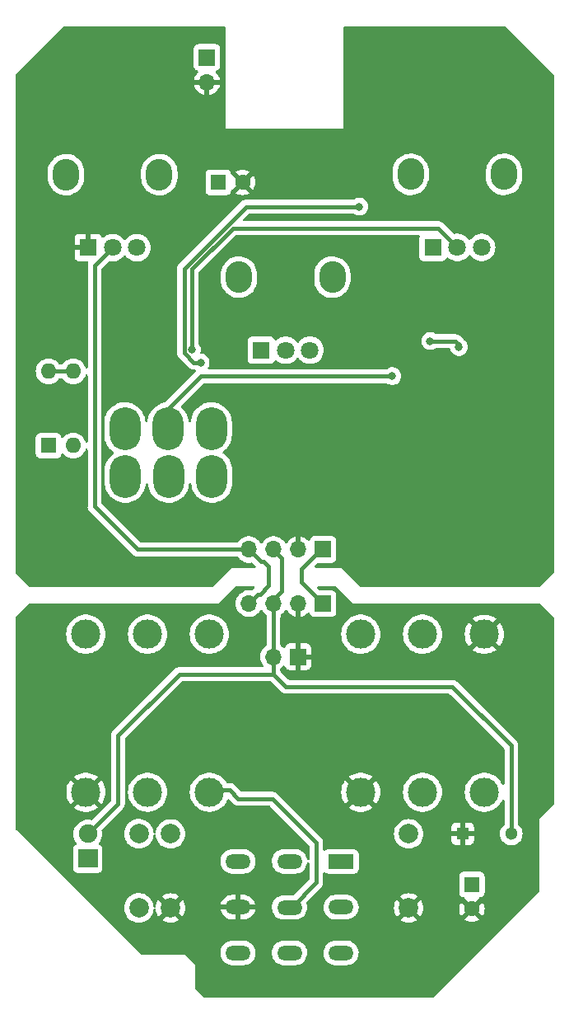
<source format=gbr>
%TF.GenerationSoftware,KiCad,Pcbnew,7.0.5-7.0.5~ubuntu22.04.1*%
%TF.CreationDate,2023-07-07T18:02:21+01:00*%
%TF.ProjectId,BMP,424d502e-6b69-4636-9164-5f7063625858,rev?*%
%TF.SameCoordinates,Original*%
%TF.FileFunction,Copper,L2,Bot*%
%TF.FilePolarity,Positive*%
%FSLAX46Y46*%
G04 Gerber Fmt 4.6, Leading zero omitted, Abs format (unit mm)*
G04 Created by KiCad (PCBNEW 7.0.5-7.0.5~ubuntu22.04.1) date 2023-07-07 18:02:21*
%MOMM*%
%LPD*%
G01*
G04 APERTURE LIST*
%TA.AperFunction,ComponentPad*%
%ADD10R,2.600000X1.500000*%
%TD*%
%TA.AperFunction,ComponentPad*%
%ADD11O,2.600000X1.500000*%
%TD*%
%TA.AperFunction,ComponentPad*%
%ADD12C,3.000000*%
%TD*%
%TA.AperFunction,ComponentPad*%
%ADD13R,1.700000X1.700000*%
%TD*%
%TA.AperFunction,ComponentPad*%
%ADD14O,1.700000X1.700000*%
%TD*%
%TA.AperFunction,ComponentPad*%
%ADD15R,1.600000X1.600000*%
%TD*%
%TA.AperFunction,ComponentPad*%
%ADD16C,1.600000*%
%TD*%
%TA.AperFunction,ComponentPad*%
%ADD17R,2.000000X1.900000*%
%TD*%
%TA.AperFunction,ComponentPad*%
%ADD18C,1.900000*%
%TD*%
%TA.AperFunction,ComponentPad*%
%ADD19C,1.998980*%
%TD*%
%TA.AperFunction,ComponentPad*%
%ADD20R,1.300000X1.300000*%
%TD*%
%TA.AperFunction,ComponentPad*%
%ADD21C,1.300000*%
%TD*%
%TA.AperFunction,ComponentPad*%
%ADD22O,2.720000X3.240000*%
%TD*%
%TA.AperFunction,ComponentPad*%
%ADD23R,1.800000X1.800000*%
%TD*%
%TA.AperFunction,ComponentPad*%
%ADD24C,1.800000*%
%TD*%
%TA.AperFunction,ComponentPad*%
%ADD25O,3.200000X4.400000*%
%TD*%
%TA.AperFunction,ComponentPad*%
%ADD26O,1.600000X1.600000*%
%TD*%
%TA.AperFunction,ViaPad*%
%ADD27C,0.800000*%
%TD*%
%TA.AperFunction,Conductor*%
%ADD28C,0.400000*%
%TD*%
G04 APERTURE END LIST*
D10*
%TO.P,SW1,1,A*%
%TO.N,Net-(SW1A-A)*%
X148550000Y-137825000D03*
D11*
%TO.P,SW1,2,A*%
X143250000Y-137825000D03*
%TO.P,SW1,3,A*%
%TO.N,I*%
X137950000Y-137825000D03*
%TO.P,SW1,4,B*%
%TO.N,Net-(SW1A-B)*%
X148550000Y-142525000D03*
%TO.P,SW1,5,B*%
%TO.N,Net-(SW1B-B)*%
X143250000Y-142550000D03*
%TO.P,SW1,6,B*%
%TO.N,GND*%
X137950000Y-142525000D03*
%TO.P,SW1,7,C*%
%TO.N,I*%
X148550000Y-147225000D03*
%TO.P,SW1,8,C*%
%TO.N,O*%
X143250000Y-147225000D03*
%TO.P,SW1,9,C*%
%TO.N,Net-(SW1C-C)*%
X137950000Y-147225000D03*
%TD*%
D12*
%TO.P,J3,R*%
%TO.N,unconnected-(J3-PadR)*%
X128660000Y-130730000D03*
%TO.P,J3,RN*%
%TO.N,unconnected-(J3-PadRN)*%
X128660000Y-114500000D03*
%TO.P,J3,S*%
%TO.N,GND*%
X122310000Y-130730000D03*
%TO.P,J3,SN*%
%TO.N,unconnected-(J3-PadSN)*%
X122310000Y-114500000D03*
%TO.P,J3,T*%
%TO.N,Net-(SW1B-B)*%
X135010000Y-130730000D03*
%TO.P,J3,TN*%
%TO.N,unconnected-(J3-PadTN)*%
X135010000Y-114500000D03*
%TD*%
D13*
%TO.P,J1,1,P1*%
%TO.N,+9V*%
X134760000Y-55260000D03*
D14*
%TO.P,J1,2,P2*%
%TO.N,GND*%
X134760000Y-57800000D03*
%TD*%
D13*
%TO.P,JOVGI1,1,P1*%
%TO.N,I*%
X146700000Y-111350000D03*
D14*
%TO.P,JOVGI1,2,P2*%
%TO.N,GND*%
X144160000Y-111350000D03*
%TO.P,JOVGI1,3,P3*%
%TO.N,+9V*%
X141620000Y-111350000D03*
%TO.P,JOVGI1,4,P4*%
%TO.N,O*%
X139080000Y-111350000D03*
%TD*%
D13*
%TO.P,JOVGI2,1,P1*%
%TO.N,I*%
X146700000Y-105800000D03*
D14*
%TO.P,JOVGI2,2,P2*%
%TO.N,GND*%
X144160000Y-105800000D03*
%TO.P,JOVGI2,3,P3*%
%TO.N,+9V*%
X141620000Y-105800000D03*
%TO.P,JOVGI2,4,P4*%
%TO.N,O*%
X139080000Y-105800000D03*
%TD*%
D15*
%TO.P,C2,1*%
%TO.N,+9V*%
X162000000Y-140200000D03*
D16*
%TO.P,C2,2*%
%TO.N,GND*%
X162000000Y-142700000D03*
%TD*%
D17*
%TO.P,D1,1,K*%
%TO.N,Net-(D1-K)*%
X122500000Y-137540000D03*
D18*
%TO.P,D1,2,A*%
%TO.N,+9V*%
X122500000Y-135000000D03*
%TD*%
D19*
%TO.P,R1,1*%
%TO.N,I*%
X155500000Y-135000000D03*
%TO.P,R1,2*%
%TO.N,GND*%
X155500000Y-142620000D03*
%TD*%
%TO.P,R2,1*%
%TO.N,Net-(D1-K)*%
X127760000Y-142600000D03*
%TO.P,R2,2*%
%TO.N,Net-(SW1C-C)*%
X127760000Y-134980000D03*
%TD*%
%TO.P,R3,1*%
%TO.N,O*%
X131010000Y-135000000D03*
%TO.P,R3,2*%
%TO.N,GND*%
X131010000Y-142620000D03*
%TD*%
D20*
%TO.P,C1,1*%
%TO.N,GND*%
X161050000Y-135000000D03*
D21*
%TO.P,C1,2*%
%TO.N,+9V*%
X166050000Y-135000000D03*
%TD*%
D13*
%TO.P,J4,1,P1*%
%TO.N,GND*%
X144140000Y-116810000D03*
D14*
%TO.P,J4,2,P2*%
%TO.N,+9V*%
X141600000Y-116810000D03*
%TD*%
D12*
%TO.P,J2,R*%
%TO.N,unconnected-(J2-PadR)*%
X156925000Y-114500000D03*
%TO.P,J2,RN*%
%TO.N,unconnected-(J2-PadRN)*%
X156925000Y-130730000D03*
%TO.P,J2,S*%
%TO.N,GND*%
X163275000Y-114500000D03*
%TO.P,J2,SN*%
%TO.N,unconnected-(J2-PadSN)*%
X163275000Y-130730000D03*
%TO.P,J2,T*%
%TO.N,Net-(SW1A-B)*%
X150575000Y-114500000D03*
%TO.P,J2,TN*%
%TO.N,GND*%
X150575000Y-130730000D03*
%TD*%
D22*
%TO.P,RV2,*%
%TO.N,*%
X138050000Y-77830000D03*
X147650000Y-77830000D03*
D23*
%TO.P,RV2,1,1*%
%TO.N,Net-(R9-Pad2)*%
X140350000Y-85330000D03*
D24*
%TO.P,RV2,2,2*%
%TO.N,Net-(C6-Pad1)*%
X142850000Y-85330000D03*
%TO.P,RV2,3,3*%
%TO.N,Net-(C5-Pad2)*%
X145350000Y-85330000D03*
%TD*%
D25*
%TO.P,SW2,1,A*%
%TO.N,Net-(SW2A-A)*%
X126310000Y-93400000D03*
%TO.P,SW2,2,B*%
%TO.N,A*%
X130760000Y-93400000D03*
%TO.P,SW2,3,C*%
%TO.N,Net-(SW2A-C)*%
X135210000Y-93400000D03*
%TO.P,SW2,4,A*%
%TO.N,Net-(SW2B-A)*%
X126360000Y-98300000D03*
%TO.P,SW2,5,B*%
%TO.N,Net-(SW2B-B)*%
X130810000Y-98300000D03*
%TO.P,SW2,6,C*%
%TO.N,Net-(SW2B-C)*%
X135260000Y-98300000D03*
%TD*%
D15*
%TO.P,C19,1*%
%TO.N,VP*%
X135927621Y-68100000D03*
D16*
%TO.P,C19,2*%
%TO.N,GND*%
X138427621Y-68100000D03*
%TD*%
D22*
%TO.P,RV4,*%
%TO.N,*%
X120260000Y-67300000D03*
X129860000Y-67300000D03*
D23*
%TO.P,RV4,1,1*%
%TO.N,GND*%
X122560000Y-74800000D03*
D24*
%TO.P,RV4,2,2*%
%TO.N,O*%
X125060000Y-74800000D03*
%TO.P,RV4,3,3*%
%TO.N,Net-(C18-Pad1)*%
X127560000Y-74800000D03*
%TD*%
D15*
%TO.P,SW3,1*%
%TO.N,Net-(C15-Pad2)*%
X118470000Y-95120000D03*
D26*
%TO.P,SW3,2*%
%TO.N,Net-(C16-Pad2)*%
X121010000Y-95120000D03*
%TO.P,SW3,3*%
%TO.N,Net-(R22-Pad1)*%
X121010000Y-87500000D03*
%TO.P,SW3,4*%
X118470000Y-87500000D03*
%TD*%
D22*
%TO.P,RV3,*%
%TO.N,*%
X155710000Y-67275000D03*
X165310000Y-67275000D03*
D23*
%TO.P,RV3,1,1*%
%TO.N,Net-(C14-Pad2)*%
X158010000Y-74775000D03*
D24*
%TO.P,RV3,2,2*%
%TO.N,Net-(SW2B-C)*%
X160510000Y-74775000D03*
%TO.P,RV3,3,3*%
%TO.N,Net-(C13-Pad2)*%
X163010000Y-74775000D03*
%TD*%
D27*
%TO.N,GND*%
X129110000Y-79600000D03*
X131010000Y-76900000D03*
X147710000Y-86100000D03*
X146410000Y-89800000D03*
%TO.N,Net-(D4-A)*%
X160660000Y-85000000D03*
X157710000Y-84400000D03*
%TO.N,A*%
X153810000Y-88000000D03*
%TO.N,Net-(SW2A-C)*%
X150410000Y-70600000D03*
X134110000Y-86600000D03*
%TO.N,Net-(SW2B-C)*%
X133210000Y-85300000D03*
%TD*%
D28*
%TO.N,+9V*%
X125600000Y-131900000D02*
X122500000Y-135000000D01*
X141600000Y-118600000D02*
X142900000Y-119900000D01*
X131900000Y-118600000D02*
X125600000Y-124900000D01*
X142470000Y-110040000D02*
X141620000Y-110890000D01*
X141620000Y-111350000D02*
X141620000Y-112552081D01*
X141600000Y-112572081D02*
X141600000Y-118100000D01*
X160000000Y-119900000D02*
X166050000Y-125950000D01*
X141600000Y-118100000D02*
X141600000Y-118600000D01*
X125600000Y-124900000D02*
X125600000Y-131900000D01*
X141600000Y-116810000D02*
X141600000Y-118100000D01*
X142900000Y-119900000D02*
X160000000Y-119900000D01*
X141620000Y-112552081D02*
X141600000Y-112572081D01*
X141620000Y-105800000D02*
X142470000Y-106650000D01*
X166050000Y-125950000D02*
X166050000Y-135000000D01*
X141620000Y-110890000D02*
X141620000Y-111350000D01*
X142470000Y-106650000D02*
X142470000Y-110040000D01*
X141600000Y-118600000D02*
X131900000Y-118600000D01*
%TO.N,O*%
X139080000Y-105800000D02*
X140280000Y-107000000D01*
X123210000Y-76650000D02*
X123210000Y-101400000D01*
X140610000Y-107000000D02*
X141110000Y-107500000D01*
X123210000Y-101400000D02*
X127610000Y-105800000D01*
X140010000Y-110420000D02*
X139080000Y-111350000D01*
X141110000Y-107500000D02*
X141110000Y-109500000D01*
X125060000Y-74800000D02*
X123210000Y-76650000D01*
X141110000Y-109500000D02*
X140210000Y-110400000D01*
X140280000Y-107000000D02*
X140610000Y-107000000D01*
X140010000Y-110400000D02*
X140010000Y-110420000D01*
X127610000Y-105800000D02*
X139080000Y-105800000D01*
X140210000Y-110400000D02*
X140010000Y-110400000D01*
%TO.N,I*%
X146700000Y-105800000D02*
X146510000Y-105800000D01*
X146510000Y-105800000D02*
X144510000Y-107800000D01*
X144510000Y-109160000D02*
X146700000Y-111350000D01*
X144510000Y-107800000D02*
X144510000Y-109160000D01*
%TO.N,Net-(SW1B-B)*%
X143450000Y-142550000D02*
X143250000Y-142550000D01*
X146000000Y-140000000D02*
X143450000Y-142550000D01*
X141500000Y-131400000D02*
X146000000Y-135900000D01*
X146000000Y-135900000D02*
X146000000Y-140000000D01*
X137991320Y-131400000D02*
X141500000Y-131400000D01*
X134950000Y-130480000D02*
X137071320Y-130480000D01*
X137071320Y-130480000D02*
X137991320Y-131400000D01*
%TO.N,Net-(D4-A)*%
X160710000Y-84800000D02*
X160660000Y-84850000D01*
X160660000Y-84850000D02*
X160660000Y-85000000D01*
X160310000Y-84400000D02*
X160710000Y-84800000D01*
X157710000Y-84400000D02*
X160310000Y-84400000D01*
%TO.N,A*%
X134110000Y-88000000D02*
X153810000Y-88000000D01*
X130760000Y-93400000D02*
X130760000Y-91350000D01*
X130760000Y-91350000D02*
X134110000Y-88000000D01*
%TO.N,Net-(SW2A-C)*%
X133378629Y-86600000D02*
X132410000Y-85631371D01*
X132410000Y-76951472D02*
X138761472Y-70600000D01*
X134110000Y-86600000D02*
X133378629Y-86600000D01*
X132410000Y-85631371D02*
X132410000Y-76951472D01*
X138761472Y-70600000D02*
X150410000Y-70600000D01*
%TO.N,Net-(R22-Pad1)*%
X121010000Y-87500000D02*
X118470000Y-87500000D01*
%TO.N,Net-(SW2B-C)*%
X158535000Y-72800000D02*
X160510000Y-74775000D01*
X133210000Y-77000000D02*
X137410000Y-72800000D01*
X133210000Y-85300000D02*
X133210000Y-77000000D01*
X137410000Y-72800000D02*
X158535000Y-72800000D01*
%TD*%
%TA.AperFunction,Conductor*%
%TO.N,GND*%
G36*
X139613309Y-109595502D02*
G01*
X139659802Y-109649158D01*
X139669906Y-109719432D01*
X139640412Y-109784012D01*
X139610454Y-109807749D01*
X139610839Y-109808306D01*
X139604571Y-109812632D01*
X139575113Y-109838729D01*
X139569121Y-109843423D01*
X139536732Y-109865780D01*
X139536725Y-109865786D01*
X139510626Y-109895245D01*
X139505245Y-109900626D01*
X139475786Y-109926725D01*
X139475780Y-109926732D01*
X139453423Y-109959121D01*
X139448730Y-109965112D01*
X139441627Y-109973129D01*
X139381485Y-110010857D01*
X139326575Y-110013860D01*
X139192569Y-109991500D01*
X138967431Y-109991500D01*
X138833428Y-110013861D01*
X138745369Y-110028555D01*
X138745360Y-110028557D01*
X138532428Y-110101656D01*
X138532426Y-110101658D01*
X138334426Y-110208810D01*
X138334424Y-110208811D01*
X138156762Y-110347091D01*
X138004279Y-110512729D01*
X138004275Y-110512734D01*
X137881141Y-110701206D01*
X137790703Y-110907386D01*
X137790702Y-110907387D01*
X137735437Y-111125624D01*
X137735436Y-111125630D01*
X137735436Y-111125632D01*
X137716844Y-111350000D01*
X137734232Y-111559844D01*
X137735437Y-111574375D01*
X137790702Y-111792612D01*
X137790703Y-111792613D01*
X137881141Y-111998793D01*
X138004275Y-112187265D01*
X138004279Y-112187270D01*
X138156762Y-112352908D01*
X138211331Y-112395381D01*
X138334424Y-112491189D01*
X138532426Y-112598342D01*
X138532427Y-112598342D01*
X138532428Y-112598343D01*
X138644227Y-112636723D01*
X138745365Y-112671444D01*
X138967431Y-112708500D01*
X138967435Y-112708500D01*
X139192565Y-112708500D01*
X139192569Y-112708500D01*
X139414635Y-112671444D01*
X139627574Y-112598342D01*
X139825576Y-112491189D01*
X140003240Y-112352906D01*
X140155722Y-112187268D01*
X140244518Y-112051354D01*
X140298520Y-112005268D01*
X140368868Y-111995692D01*
X140433225Y-112025669D01*
X140455480Y-112051353D01*
X140488607Y-112102058D01*
X140544275Y-112187265D01*
X140544279Y-112187270D01*
X140696762Y-112352908D01*
X140743142Y-112389007D01*
X140840910Y-112465104D01*
X140882380Y-112522727D01*
X140889288Y-112556926D01*
X140891385Y-112591588D01*
X140891500Y-112595394D01*
X140891500Y-115578356D01*
X140871498Y-115646477D01*
X140842891Y-115677787D01*
X140676765Y-115807088D01*
X140524279Y-115972729D01*
X140524275Y-115972734D01*
X140401141Y-116161206D01*
X140310703Y-116367386D01*
X140310702Y-116367387D01*
X140255437Y-116585624D01*
X140255436Y-116585630D01*
X140255436Y-116585632D01*
X140236844Y-116810000D01*
X140254232Y-117019844D01*
X140255437Y-117034375D01*
X140310702Y-117252612D01*
X140310703Y-117252613D01*
X140401141Y-117458793D01*
X140524275Y-117647265D01*
X140524280Y-117647270D01*
X140554559Y-117680162D01*
X140585980Y-117743827D01*
X140577994Y-117814373D01*
X140533135Y-117869402D01*
X140465646Y-117891443D01*
X140461858Y-117891500D01*
X131923302Y-117891500D01*
X131919502Y-117891385D01*
X131908953Y-117890747D01*
X131856904Y-117887598D01*
X131795227Y-117898901D01*
X131791465Y-117899474D01*
X131729201Y-117907034D01*
X131719663Y-117910651D01*
X131697706Y-117916772D01*
X131687674Y-117918610D01*
X131687668Y-117918612D01*
X131630492Y-117944345D01*
X131626977Y-117945801D01*
X131568324Y-117968046D01*
X131568319Y-117968048D01*
X131559921Y-117973845D01*
X131540072Y-117985040D01*
X131530777Y-117989223D01*
X131530773Y-117989225D01*
X131481409Y-118027899D01*
X131478346Y-118030153D01*
X131426727Y-118065784D01*
X131426723Y-118065788D01*
X131385134Y-118112731D01*
X131382526Y-118115502D01*
X125115511Y-124382518D01*
X125112740Y-124385126D01*
X125065784Y-124426726D01*
X125030157Y-124478339D01*
X125027904Y-124481401D01*
X124989227Y-124530769D01*
X124989222Y-124530779D01*
X124985035Y-124540080D01*
X124973846Y-124559921D01*
X124968045Y-124568326D01*
X124945807Y-124626961D01*
X124944351Y-124630476D01*
X124918613Y-124687665D01*
X124918609Y-124687678D01*
X124916770Y-124697711D01*
X124910651Y-124719661D01*
X124907034Y-124729199D01*
X124899476Y-124791441D01*
X124898904Y-124795201D01*
X124887598Y-124856906D01*
X124891385Y-124919508D01*
X124891500Y-124923313D01*
X124891500Y-131554339D01*
X124871498Y-131622460D01*
X124854595Y-131643434D01*
X122954387Y-133543641D01*
X122892075Y-133577667D01*
X122844554Y-133578828D01*
X122716239Y-133557416D01*
X122620855Y-133541500D01*
X122379145Y-133541500D01*
X122260004Y-133561381D01*
X122140734Y-133581283D01*
X122140727Y-133581285D01*
X121912121Y-133659765D01*
X121912119Y-133659766D01*
X121699542Y-133774807D01*
X121699541Y-133774808D01*
X121508792Y-133923274D01*
X121345095Y-134101097D01*
X121212889Y-134303454D01*
X121115798Y-134524799D01*
X121115795Y-134524806D01*
X121056463Y-134759103D01*
X121056461Y-134759112D01*
X121036501Y-135000000D01*
X121056461Y-135240887D01*
X121056463Y-135240896D01*
X121115795Y-135475193D01*
X121115798Y-135475200D01*
X121212889Y-135696545D01*
X121212891Y-135696549D01*
X121269908Y-135783820D01*
X121343175Y-135895964D01*
X121345094Y-135898900D01*
X121359427Y-135914470D01*
X121390849Y-135978134D01*
X121382863Y-136048680D01*
X121338004Y-136103710D01*
X121310762Y-136117863D01*
X121253793Y-136139112D01*
X121253792Y-136139112D01*
X121136738Y-136226738D01*
X121049112Y-136343792D01*
X121049110Y-136343797D01*
X120998011Y-136480795D01*
X120998009Y-136480803D01*
X120991500Y-136541350D01*
X120991500Y-138538649D01*
X120998009Y-138599196D01*
X120998011Y-138599204D01*
X121049110Y-138736202D01*
X121049112Y-138736207D01*
X121136738Y-138853261D01*
X121253792Y-138940887D01*
X121253794Y-138940888D01*
X121253796Y-138940889D01*
X121312875Y-138962924D01*
X121390795Y-138991988D01*
X121390803Y-138991990D01*
X121451350Y-138998499D01*
X121451355Y-138998499D01*
X121451362Y-138998500D01*
X121451368Y-138998500D01*
X123548632Y-138998500D01*
X123548638Y-138998500D01*
X123548645Y-138998499D01*
X123548649Y-138998499D01*
X123609196Y-138991990D01*
X123609199Y-138991989D01*
X123609201Y-138991989D01*
X123746204Y-138940889D01*
X123787836Y-138909724D01*
X123863261Y-138853261D01*
X123950887Y-138736207D01*
X123950887Y-138736206D01*
X123950889Y-138736204D01*
X123996904Y-138612834D01*
X124001988Y-138599204D01*
X124001990Y-138599196D01*
X124008499Y-138538649D01*
X124008500Y-138538632D01*
X124008500Y-137881691D01*
X136137685Y-137881691D01*
X136146483Y-137946639D01*
X136168094Y-138106178D01*
X136238099Y-138321626D01*
X136345440Y-138521100D01*
X136345444Y-138521107D01*
X136486687Y-138698219D01*
X136657280Y-138847262D01*
X136827747Y-138949112D01*
X136851750Y-138963453D01*
X137063839Y-139043051D01*
X137063841Y-139043051D01*
X137063843Y-139043052D01*
X137286730Y-139083500D01*
X137286733Y-139083500D01*
X138556516Y-139083500D01*
X138556522Y-139083500D01*
X138715126Y-139069225D01*
X138725623Y-139068281D01*
X138725623Y-139068280D01*
X138902062Y-139019586D01*
X138943990Y-139008015D01*
X138943990Y-139008014D01*
X138943993Y-139008014D01*
X139148093Y-138909725D01*
X139331363Y-138776571D01*
X139487912Y-138612834D01*
X139612709Y-138423774D01*
X139701743Y-138215470D01*
X139752151Y-137994615D01*
X139762315Y-137768309D01*
X139731906Y-137543825D01*
X139661903Y-137328379D01*
X139606934Y-137226229D01*
X139554559Y-137128899D01*
X139554555Y-137128892D01*
X139413312Y-136951780D01*
X139242719Y-136802737D01*
X139048256Y-136686550D01*
X139048252Y-136686548D01*
X139048251Y-136686547D01*
X139048250Y-136686547D01*
X138836161Y-136606949D01*
X138836156Y-136606947D01*
X138613270Y-136566500D01*
X138613267Y-136566500D01*
X137343478Y-136566500D01*
X137311992Y-136569333D01*
X137174376Y-136581718D01*
X137174376Y-136581719D01*
X136956009Y-136641984D01*
X136751913Y-136740271D01*
X136751906Y-136740275D01*
X136568636Y-136873429D01*
X136568635Y-136873430D01*
X136412087Y-137037166D01*
X136287293Y-137226221D01*
X136287289Y-137226229D01*
X136198257Y-137434529D01*
X136198256Y-137434531D01*
X136147849Y-137655382D01*
X136147849Y-137655385D01*
X136137685Y-137881691D01*
X124008500Y-137881691D01*
X124008500Y-136541367D01*
X124008499Y-136541350D01*
X124001990Y-136480803D01*
X124001988Y-136480795D01*
X123950889Y-136343797D01*
X123950887Y-136343792D01*
X123863261Y-136226738D01*
X123746207Y-136139112D01*
X123746204Y-136139111D01*
X123689238Y-136117863D01*
X123632403Y-136075316D01*
X123607593Y-136008795D01*
X123622685Y-135939421D01*
X123640568Y-135914474D01*
X123654906Y-135898900D01*
X123787109Y-135696549D01*
X123884203Y-135475197D01*
X123943539Y-135240884D01*
X123963499Y-135000000D01*
X123961842Y-134980000D01*
X126247347Y-134980000D01*
X126265970Y-135216631D01*
X126321381Y-135447433D01*
X126371459Y-135568332D01*
X126412216Y-135666730D01*
X126489802Y-135793339D01*
X126536239Y-135869116D01*
X126536240Y-135869118D01*
X126690392Y-136049607D01*
X126858833Y-136193469D01*
X126870885Y-136203762D01*
X127073270Y-136327784D01*
X127292565Y-136418618D01*
X127523369Y-136474030D01*
X127760000Y-136492653D01*
X127996631Y-136474030D01*
X128227435Y-136418618D01*
X128446730Y-136327784D01*
X128649115Y-136203762D01*
X128829607Y-136049607D01*
X128983762Y-135869115D01*
X129107784Y-135666730D01*
X129198618Y-135447435D01*
X129254030Y-135216631D01*
X129258601Y-135158539D01*
X129283884Y-135092202D01*
X129341021Y-135050062D01*
X129411871Y-135045501D01*
X129473940Y-135079969D01*
X129507520Y-135142522D01*
X129509823Y-135158541D01*
X129515968Y-135236620D01*
X129515969Y-135236629D01*
X129515970Y-135236631D01*
X129516991Y-135240884D01*
X129571381Y-135467433D01*
X129631463Y-135612484D01*
X129662216Y-135686730D01*
X129727546Y-135793339D01*
X129786239Y-135889116D01*
X129786240Y-135889118D01*
X129940392Y-136069607D01*
X130115164Y-136218876D01*
X130120885Y-136223762D01*
X130323270Y-136347784D01*
X130542565Y-136438618D01*
X130773369Y-136494030D01*
X131010000Y-136512653D01*
X131246631Y-136494030D01*
X131477435Y-136438618D01*
X131696730Y-136347784D01*
X131899115Y-136223762D01*
X132079607Y-136069607D01*
X132233762Y-135889115D01*
X132357784Y-135686730D01*
X132448618Y-135467435D01*
X132504030Y-135236631D01*
X132522653Y-135000000D01*
X132504030Y-134763369D01*
X132448618Y-134532565D01*
X132357784Y-134313270D01*
X132233762Y-134110885D01*
X132225405Y-134101100D01*
X132079607Y-133930392D01*
X131899118Y-133776240D01*
X131899116Y-133776239D01*
X131899115Y-133776238D01*
X131696730Y-133652216D01*
X131648446Y-133632216D01*
X131477433Y-133561381D01*
X131319548Y-133523476D01*
X131246631Y-133505970D01*
X131246632Y-133505970D01*
X131128315Y-133496658D01*
X131010000Y-133487347D01*
X131009999Y-133487347D01*
X130773368Y-133505970D01*
X130542566Y-133561381D01*
X130323271Y-133652215D01*
X130120883Y-133776239D01*
X130120881Y-133776240D01*
X129940392Y-133930392D01*
X129786240Y-134110881D01*
X129786239Y-134110883D01*
X129662215Y-134313271D01*
X129571381Y-134532566D01*
X129520140Y-134746000D01*
X129515970Y-134763369D01*
X129511398Y-134821458D01*
X129486114Y-134887798D01*
X129428975Y-134929938D01*
X129358125Y-134934497D01*
X129296058Y-134900028D01*
X129262478Y-134837475D01*
X129260176Y-134821465D01*
X129254030Y-134743369D01*
X129198618Y-134512565D01*
X129107784Y-134293270D01*
X128983762Y-134090885D01*
X128972964Y-134078242D01*
X128829607Y-133910392D01*
X128649118Y-133756240D01*
X128649116Y-133756239D01*
X128649115Y-133756238D01*
X128446730Y-133632216D01*
X128323771Y-133581285D01*
X128227433Y-133541381D01*
X128069548Y-133503476D01*
X127996631Y-133485970D01*
X127996632Y-133485970D01*
X127760000Y-133467347D01*
X127523368Y-133485970D01*
X127292566Y-133541381D01*
X127073271Y-133632215D01*
X126870883Y-133756239D01*
X126870881Y-133756240D01*
X126690392Y-133910392D01*
X126536240Y-134090881D01*
X126536239Y-134090883D01*
X126412215Y-134293271D01*
X126321381Y-134512566D01*
X126265970Y-134743368D01*
X126247347Y-134980000D01*
X123961842Y-134980000D01*
X123943539Y-134759116D01*
X123920562Y-134668383D01*
X123923228Y-134597438D01*
X123953609Y-134548359D01*
X126084519Y-132417449D01*
X126087231Y-132414896D01*
X126134215Y-132373273D01*
X126169867Y-132321621D01*
X126172063Y-132318636D01*
X126210775Y-132269226D01*
X126214961Y-132259922D01*
X126226161Y-132240066D01*
X126231954Y-132231675D01*
X126254202Y-132173009D01*
X126255634Y-132169552D01*
X126281389Y-132112329D01*
X126283226Y-132102303D01*
X126289351Y-132080330D01*
X126292965Y-132070801D01*
X126300526Y-132008525D01*
X126301091Y-132004812D01*
X126312402Y-131943093D01*
X126308614Y-131880488D01*
X126308500Y-131876685D01*
X126308500Y-130730004D01*
X126646807Y-130730004D01*
X126665556Y-131004116D01*
X126665557Y-131004122D01*
X126665558Y-131004130D01*
X126683238Y-131089210D01*
X126721460Y-131273146D01*
X126721462Y-131273154D01*
X126801628Y-131498719D01*
X126813477Y-131532058D01*
X126939752Y-131775759D01*
X126939892Y-131776028D01*
X127007797Y-131872227D01*
X127098343Y-132000502D01*
X127285889Y-132201314D01*
X127499031Y-132374718D01*
X127733800Y-132517484D01*
X127985823Y-132626953D01*
X128250404Y-132701085D01*
X128345504Y-132714156D01*
X128522604Y-132738499D01*
X128522615Y-132738500D01*
X128797385Y-132738500D01*
X128797395Y-132738499D01*
X128926945Y-132720692D01*
X129069596Y-132701085D01*
X129334177Y-132626953D01*
X129586200Y-132517484D01*
X129820969Y-132374718D01*
X130034111Y-132201314D01*
X130221657Y-132000502D01*
X130380111Y-131776023D01*
X130506523Y-131532058D01*
X130598538Y-131273153D01*
X130654442Y-131004130D01*
X130673193Y-130730004D01*
X132996807Y-130730004D01*
X133015556Y-131004116D01*
X133015557Y-131004122D01*
X133015558Y-131004130D01*
X133033238Y-131089210D01*
X133071460Y-131273146D01*
X133071462Y-131273154D01*
X133151628Y-131498719D01*
X133163477Y-131532058D01*
X133289752Y-131775759D01*
X133289892Y-131776028D01*
X133357797Y-131872227D01*
X133448343Y-132000502D01*
X133635889Y-132201314D01*
X133849031Y-132374718D01*
X134083800Y-132517484D01*
X134335823Y-132626953D01*
X134600404Y-132701085D01*
X134695504Y-132714156D01*
X134872604Y-132738499D01*
X134872615Y-132738500D01*
X135147385Y-132738500D01*
X135147395Y-132738499D01*
X135276945Y-132720692D01*
X135419596Y-132701085D01*
X135684177Y-132626953D01*
X135936200Y-132517484D01*
X136170969Y-132374718D01*
X136384111Y-132201314D01*
X136571657Y-132000502D01*
X136730111Y-131776023D01*
X136856523Y-131532058D01*
X136859187Y-131524561D01*
X136900845Y-131467072D01*
X136966972Y-131441230D01*
X137036572Y-131455241D01*
X137067008Y-131477658D01*
X137365105Y-131775756D01*
X137473853Y-131884504D01*
X137476454Y-131887267D01*
X137518047Y-131934215D01*
X137530909Y-131943093D01*
X137569662Y-131969844D01*
X137572726Y-131972098D01*
X137588756Y-131984656D01*
X137622094Y-132010774D01*
X137622097Y-132010775D01*
X137622098Y-132010776D01*
X137631385Y-132014956D01*
X137651247Y-132026157D01*
X137659645Y-132031954D01*
X137718312Y-132054203D01*
X137721778Y-132055639D01*
X137778990Y-132081388D01*
X137789016Y-132083225D01*
X137810982Y-132089347D01*
X137820519Y-132092965D01*
X137882793Y-132100525D01*
X137886536Y-132101095D01*
X137948227Y-132112401D01*
X138010822Y-132108614D01*
X138014622Y-132108500D01*
X141154340Y-132108500D01*
X141222461Y-132128502D01*
X141243435Y-132145405D01*
X145254595Y-136156564D01*
X145288621Y-136218876D01*
X145291500Y-136245659D01*
X145291500Y-137591390D01*
X145271498Y-137659511D01*
X145217842Y-137706004D01*
X145147568Y-137716108D01*
X145082988Y-137686614D01*
X145044604Y-137626888D01*
X145040640Y-137608304D01*
X145031905Y-137543821D01*
X144996394Y-137434531D01*
X144961903Y-137328379D01*
X144906934Y-137226229D01*
X144854559Y-137128899D01*
X144854555Y-137128892D01*
X144713312Y-136951780D01*
X144542719Y-136802737D01*
X144348256Y-136686550D01*
X144348252Y-136686548D01*
X144348251Y-136686547D01*
X144348250Y-136686547D01*
X144136161Y-136606949D01*
X144136156Y-136606947D01*
X143913270Y-136566500D01*
X143913267Y-136566500D01*
X142643478Y-136566500D01*
X142611992Y-136569333D01*
X142474376Y-136581718D01*
X142474376Y-136581719D01*
X142256009Y-136641984D01*
X142051913Y-136740271D01*
X142051906Y-136740275D01*
X141868636Y-136873429D01*
X141868635Y-136873430D01*
X141712087Y-137037166D01*
X141587293Y-137226221D01*
X141587289Y-137226229D01*
X141498257Y-137434529D01*
X141498256Y-137434531D01*
X141447849Y-137655382D01*
X141447849Y-137655385D01*
X141437685Y-137881691D01*
X141446483Y-137946639D01*
X141468094Y-138106178D01*
X141538099Y-138321626D01*
X141645440Y-138521100D01*
X141645444Y-138521107D01*
X141786687Y-138698219D01*
X141957280Y-138847262D01*
X142127747Y-138949112D01*
X142151750Y-138963453D01*
X142363839Y-139043051D01*
X142363841Y-139043051D01*
X142363843Y-139043052D01*
X142586730Y-139083500D01*
X142586733Y-139083500D01*
X143856516Y-139083500D01*
X143856522Y-139083500D01*
X144015126Y-139069225D01*
X144025623Y-139068281D01*
X144025623Y-139068280D01*
X144202062Y-139019586D01*
X144243990Y-139008015D01*
X144243990Y-139008014D01*
X144243993Y-139008014D01*
X144448093Y-138909725D01*
X144631363Y-138776571D01*
X144787912Y-138612834D01*
X144912709Y-138423774D01*
X145001743Y-138215470D01*
X145042658Y-138036203D01*
X145077318Y-137974241D01*
X145139974Y-137940853D01*
X145210734Y-137946639D01*
X145267133Y-137989763D01*
X145291264Y-138056533D01*
X145291500Y-138064240D01*
X145291500Y-139654339D01*
X145271498Y-139722460D01*
X145254595Y-139743434D01*
X143743435Y-141254595D01*
X143681123Y-141288620D01*
X143654340Y-141291500D01*
X142643478Y-141291500D01*
X142611992Y-141294333D01*
X142474376Y-141306718D01*
X142474376Y-141306719D01*
X142256009Y-141366984D01*
X142051913Y-141465271D01*
X142051906Y-141465275D01*
X141868636Y-141598429D01*
X141868635Y-141598430D01*
X141712087Y-141762166D01*
X141587293Y-141951221D01*
X141587289Y-141951229D01*
X141498257Y-142159529D01*
X141498256Y-142159531D01*
X141447849Y-142380382D01*
X141447849Y-142380385D01*
X141437986Y-142600000D01*
X141437685Y-142606691D01*
X141449596Y-142694617D01*
X141468094Y-142831178D01*
X141538099Y-143046626D01*
X141645440Y-143246100D01*
X141645444Y-143246107D01*
X141786687Y-143423219D01*
X141957280Y-143572262D01*
X142109904Y-143663451D01*
X142151750Y-143688453D01*
X142363839Y-143768051D01*
X142363841Y-143768051D01*
X142363843Y-143768052D01*
X142586730Y-143808500D01*
X142586733Y-143808500D01*
X143856516Y-143808500D01*
X143856522Y-143808500D01*
X144015126Y-143794225D01*
X144025623Y-143793281D01*
X144025623Y-143793280D01*
X144209375Y-143742568D01*
X144243990Y-143733015D01*
X144243990Y-143733014D01*
X144243993Y-143733014D01*
X144448093Y-143634725D01*
X144631363Y-143501571D01*
X144787912Y-143337834D01*
X144912709Y-143148774D01*
X145001743Y-142940470D01*
X145052151Y-142719615D01*
X145058346Y-142581691D01*
X146737685Y-142581691D01*
X146753711Y-142699998D01*
X146768094Y-142806178D01*
X146838099Y-143021626D01*
X146945440Y-143221100D01*
X146945444Y-143221107D01*
X147086687Y-143398219D01*
X147257280Y-143547262D01*
X147450980Y-143662993D01*
X147451750Y-143663453D01*
X147663839Y-143743051D01*
X147663841Y-143743051D01*
X147663843Y-143743052D01*
X147886730Y-143783500D01*
X147886733Y-143783500D01*
X149156516Y-143783500D01*
X149156522Y-143783500D01*
X149315126Y-143769225D01*
X149325623Y-143768281D01*
X149325623Y-143768280D01*
X149502062Y-143719586D01*
X149543990Y-143708015D01*
X149543990Y-143708014D01*
X149543993Y-143708014D01*
X149748093Y-143609725D01*
X149931363Y-143476571D01*
X150087912Y-143312834D01*
X150212709Y-143123774D01*
X150301743Y-142915470D01*
X150352151Y-142694615D01*
X150355502Y-142620000D01*
X153987849Y-142620000D01*
X154006466Y-142856552D01*
X154061859Y-143087280D01*
X154152662Y-143306498D01*
X154152670Y-143306512D01*
X154267267Y-143493520D01*
X154267268Y-143493520D01*
X155015332Y-142745456D01*
X155040157Y-142830003D01*
X155117949Y-142951049D01*
X155226692Y-143045276D01*
X155357577Y-143105049D01*
X155372076Y-143107133D01*
X154626478Y-143852730D01*
X154626478Y-143852731D01*
X154813499Y-143967336D01*
X155032719Y-144058140D01*
X155263447Y-144113533D01*
X155500000Y-144132150D01*
X155736552Y-144113533D01*
X155967280Y-144058140D01*
X156186500Y-143967336D01*
X156373520Y-143852730D01*
X156373520Y-143852729D01*
X155627924Y-143107133D01*
X155642423Y-143105049D01*
X155773308Y-143045276D01*
X155882051Y-142951049D01*
X155959843Y-142830003D01*
X155984667Y-142745458D01*
X156732729Y-143493520D01*
X156732730Y-143493520D01*
X156847336Y-143306500D01*
X156938140Y-143087280D01*
X156993533Y-142856552D01*
X157005854Y-142700000D01*
X160687004Y-142700000D01*
X160706951Y-142928002D01*
X160766186Y-143149068D01*
X160766188Y-143149073D01*
X160862913Y-143356501D01*
X160912899Y-143427888D01*
X161601272Y-142739515D01*
X161614835Y-142825148D01*
X161672359Y-142938045D01*
X161761955Y-143027641D01*
X161874852Y-143085165D01*
X161960482Y-143098727D01*
X161272110Y-143787098D01*
X161272110Y-143787100D01*
X161343498Y-143837086D01*
X161550926Y-143933811D01*
X161550931Y-143933813D01*
X161771999Y-143993048D01*
X161771995Y-143993048D01*
X162000000Y-144012995D01*
X162228002Y-143993048D01*
X162449068Y-143933813D01*
X162449073Y-143933811D01*
X162656497Y-143837088D01*
X162727888Y-143787099D01*
X162727888Y-143787097D01*
X162039518Y-143098727D01*
X162125148Y-143085165D01*
X162238045Y-143027641D01*
X162327641Y-142938045D01*
X162385165Y-142825148D01*
X162398727Y-142739516D01*
X163087098Y-143427888D01*
X163087099Y-143427888D01*
X163137088Y-143356497D01*
X163233811Y-143149073D01*
X163233813Y-143149068D01*
X163293048Y-142928002D01*
X163312995Y-142700000D01*
X163293048Y-142471997D01*
X163233813Y-142250931D01*
X163233811Y-142250926D01*
X163137086Y-142043498D01*
X163087100Y-141972110D01*
X163087097Y-141972110D01*
X162398726Y-142660480D01*
X162385165Y-142574852D01*
X162327641Y-142461955D01*
X162238045Y-142372359D01*
X162125148Y-142314835D01*
X162039514Y-142301272D01*
X162739569Y-141601218D01*
X162744709Y-141575649D01*
X162794108Y-141524657D01*
X162845369Y-141509667D01*
X162845283Y-141508861D01*
X162909196Y-141501990D01*
X162909199Y-141501989D01*
X162909201Y-141501989D01*
X163046204Y-141450889D01*
X163131192Y-141387268D01*
X163163261Y-141363261D01*
X163250887Y-141246207D01*
X163250887Y-141246206D01*
X163250889Y-141246204D01*
X163301989Y-141109201D01*
X163302135Y-141107849D01*
X163308499Y-141048649D01*
X163308500Y-141048632D01*
X163308500Y-139351367D01*
X163308499Y-139351350D01*
X163301990Y-139290803D01*
X163301988Y-139290795D01*
X163250889Y-139153797D01*
X163250887Y-139153792D01*
X163163261Y-139036738D01*
X163046207Y-138949112D01*
X163046202Y-138949110D01*
X162909204Y-138898011D01*
X162909196Y-138898009D01*
X162848649Y-138891500D01*
X162848638Y-138891500D01*
X161151362Y-138891500D01*
X161151350Y-138891500D01*
X161090803Y-138898009D01*
X161090795Y-138898011D01*
X160953797Y-138949110D01*
X160953792Y-138949112D01*
X160836738Y-139036738D01*
X160749112Y-139153792D01*
X160749110Y-139153797D01*
X160698011Y-139290795D01*
X160698009Y-139290803D01*
X160691500Y-139351350D01*
X160691500Y-141048649D01*
X160698009Y-141109196D01*
X160698011Y-141109204D01*
X160749110Y-141246202D01*
X160749112Y-141246207D01*
X160836738Y-141363261D01*
X160953792Y-141450887D01*
X160953794Y-141450888D01*
X160953796Y-141450889D01*
X160992366Y-141465275D01*
X161090795Y-141501988D01*
X161090803Y-141501990D01*
X161154717Y-141508861D01*
X161154604Y-141509906D01*
X161217435Y-141532059D01*
X161261000Y-141588118D01*
X161263316Y-141604106D01*
X161960483Y-142301272D01*
X161874852Y-142314835D01*
X161761955Y-142372359D01*
X161672359Y-142461955D01*
X161614835Y-142574852D01*
X161601272Y-142660482D01*
X160912899Y-141972109D01*
X160862913Y-142043500D01*
X160766188Y-142250926D01*
X160766186Y-142250931D01*
X160706951Y-142471997D01*
X160687004Y-142700000D01*
X157005854Y-142700000D01*
X157012150Y-142620000D01*
X156993533Y-142383447D01*
X156938140Y-142152719D01*
X156847336Y-141933499D01*
X156732731Y-141746478D01*
X156732730Y-141746478D01*
X155984667Y-142494541D01*
X155959843Y-142409997D01*
X155882051Y-142288951D01*
X155773308Y-142194724D01*
X155642423Y-142134951D01*
X155627923Y-142132866D01*
X156373520Y-141387268D01*
X156373520Y-141387267D01*
X156186512Y-141272670D01*
X156186498Y-141272662D01*
X155967280Y-141181859D01*
X155736552Y-141126466D01*
X155500000Y-141107849D01*
X155263447Y-141126466D01*
X155032719Y-141181859D01*
X154813501Y-141272662D01*
X154813487Y-141272670D01*
X154626478Y-141387267D01*
X154626478Y-141387269D01*
X155372075Y-142132866D01*
X155357577Y-142134951D01*
X155226692Y-142194724D01*
X155117949Y-142288951D01*
X155040157Y-142409997D01*
X155015332Y-142494541D01*
X154267269Y-141746478D01*
X154267267Y-141746478D01*
X154152670Y-141933487D01*
X154152662Y-141933501D01*
X154061859Y-142152719D01*
X154006466Y-142383447D01*
X153987849Y-142620000D01*
X150355502Y-142620000D01*
X150362315Y-142468309D01*
X150331906Y-142243825D01*
X150261903Y-142028379D01*
X150240568Y-141988732D01*
X150154559Y-141828899D01*
X150154555Y-141828892D01*
X150013312Y-141651780D01*
X149842719Y-141502737D01*
X149648256Y-141386550D01*
X149648252Y-141386548D01*
X149648251Y-141386547D01*
X149648250Y-141386547D01*
X149506392Y-141333307D01*
X149436156Y-141306947D01*
X149213270Y-141266500D01*
X149213267Y-141266500D01*
X147943478Y-141266500D01*
X147911992Y-141269333D01*
X147774376Y-141281718D01*
X147774376Y-141281719D01*
X147556009Y-141341984D01*
X147351913Y-141440271D01*
X147351906Y-141440275D01*
X147168636Y-141573429D01*
X147168635Y-141573430D01*
X147012087Y-141737166D01*
X146887293Y-141926221D01*
X146887289Y-141926229D01*
X146798257Y-142134529D01*
X146798256Y-142134531D01*
X146747849Y-142355382D01*
X146747849Y-142355385D01*
X146739196Y-142548056D01*
X146737685Y-142581691D01*
X145058346Y-142581691D01*
X145062315Y-142493309D01*
X145031906Y-142268825D01*
X145029295Y-142260790D01*
X144988270Y-142134529D01*
X144982497Y-142116763D01*
X144980470Y-142045796D01*
X145013234Y-141988734D01*
X146484519Y-140517449D01*
X146487231Y-140514896D01*
X146534215Y-140473273D01*
X146569846Y-140421652D01*
X146572084Y-140418609D01*
X146610775Y-140369225D01*
X146614955Y-140359935D01*
X146626159Y-140340069D01*
X146631954Y-140331675D01*
X146654197Y-140273020D01*
X146655649Y-140269519D01*
X146658681Y-140262779D01*
X146681389Y-140212329D01*
X146683227Y-140202293D01*
X146689347Y-140180340D01*
X146692965Y-140170801D01*
X146700526Y-140108523D01*
X146701090Y-140104815D01*
X146712402Y-140043092D01*
X146708614Y-139980481D01*
X146708500Y-139976679D01*
X146708500Y-139056549D01*
X146728502Y-138988428D01*
X146782158Y-138941935D01*
X146852432Y-138931831D01*
X146910009Y-138955681D01*
X147003792Y-139025887D01*
X147003794Y-139025888D01*
X147003796Y-139025889D01*
X147062875Y-139047924D01*
X147140795Y-139076988D01*
X147140803Y-139076990D01*
X147201350Y-139083499D01*
X147201355Y-139083499D01*
X147201362Y-139083500D01*
X147201368Y-139083500D01*
X149898632Y-139083500D01*
X149898638Y-139083500D01*
X149898645Y-139083499D01*
X149898649Y-139083499D01*
X149959196Y-139076990D01*
X149959199Y-139076989D01*
X149959201Y-139076989D01*
X150096204Y-139025889D01*
X150132792Y-138998500D01*
X150213261Y-138938261D01*
X150300887Y-138821207D01*
X150300887Y-138821206D01*
X150300889Y-138821204D01*
X150351989Y-138684201D01*
X150358500Y-138623638D01*
X150358500Y-137026362D01*
X150358499Y-137026350D01*
X150351990Y-136965803D01*
X150351988Y-136965795D01*
X150300889Y-136828797D01*
X150300887Y-136828792D01*
X150213261Y-136711738D01*
X150096207Y-136624112D01*
X150096202Y-136624110D01*
X149959204Y-136573011D01*
X149959196Y-136573009D01*
X149898649Y-136566500D01*
X149898638Y-136566500D01*
X147201362Y-136566500D01*
X147201350Y-136566500D01*
X147140803Y-136573009D01*
X147140795Y-136573011D01*
X147003797Y-136624110D01*
X147003792Y-136624113D01*
X146910009Y-136694318D01*
X146843488Y-136719129D01*
X146774114Y-136704037D01*
X146723912Y-136653835D01*
X146708500Y-136593450D01*
X146708500Y-135923313D01*
X146708615Y-135919508D01*
X146708920Y-135914467D01*
X146712402Y-135856907D01*
X146701090Y-135795182D01*
X146700527Y-135791478D01*
X146692965Y-135729199D01*
X146692964Y-135729196D01*
X146689351Y-135719668D01*
X146683227Y-135697702D01*
X146681389Y-135687673D01*
X146681389Y-135687671D01*
X146655646Y-135630473D01*
X146654189Y-135626956D01*
X146631957Y-135568332D01*
X146631955Y-135568329D01*
X146631954Y-135568325D01*
X146626163Y-135559935D01*
X146614958Y-135540070D01*
X146610775Y-135530774D01*
X146572088Y-135481395D01*
X146569846Y-135478348D01*
X146534215Y-135426727D01*
X146526950Y-135420291D01*
X146512899Y-135407842D01*
X146487249Y-135385119D01*
X146484503Y-135382533D01*
X146101970Y-135000000D01*
X153987347Y-135000000D01*
X154005970Y-135236631D01*
X154061381Y-135467433D01*
X154121463Y-135612484D01*
X154152216Y-135686730D01*
X154217546Y-135793339D01*
X154276239Y-135889116D01*
X154276240Y-135889118D01*
X154430392Y-136069607D01*
X154605164Y-136218876D01*
X154610885Y-136223762D01*
X154813270Y-136347784D01*
X155032565Y-136438618D01*
X155263369Y-136494030D01*
X155500000Y-136512653D01*
X155736631Y-136494030D01*
X155967435Y-136438618D01*
X156186730Y-136347784D01*
X156389115Y-136223762D01*
X156569607Y-136069607D01*
X156723762Y-135889115D01*
X156840512Y-135698597D01*
X159892000Y-135698597D01*
X159898505Y-135759093D01*
X159949555Y-135895964D01*
X159949555Y-135895965D01*
X160037095Y-136012904D01*
X160154034Y-136100444D01*
X160290906Y-136151494D01*
X160351402Y-136157999D01*
X160351415Y-136158000D01*
X160796000Y-136158000D01*
X160796000Y-135311686D01*
X160811955Y-135327641D01*
X160924852Y-135385165D01*
X161018519Y-135400000D01*
X161081481Y-135400000D01*
X161175148Y-135385165D01*
X161288045Y-135327641D01*
X161304000Y-135311686D01*
X161304000Y-136158000D01*
X161748585Y-136158000D01*
X161748597Y-136157999D01*
X161809093Y-136151494D01*
X161945964Y-136100444D01*
X161945965Y-136100444D01*
X162062904Y-136012904D01*
X162150444Y-135895965D01*
X162150444Y-135895964D01*
X162201494Y-135759093D01*
X162207999Y-135698597D01*
X162208000Y-135698585D01*
X162208000Y-135254000D01*
X161361686Y-135254000D01*
X161377641Y-135238045D01*
X161435165Y-135125148D01*
X161454986Y-135000000D01*
X161435165Y-134874852D01*
X161377641Y-134761955D01*
X161361686Y-134746000D01*
X162208000Y-134746000D01*
X162208000Y-134301414D01*
X162207999Y-134301402D01*
X162201494Y-134240906D01*
X162150444Y-134104035D01*
X162150444Y-134104034D01*
X162062904Y-133987095D01*
X161945965Y-133899555D01*
X161809093Y-133848505D01*
X161748597Y-133842000D01*
X161304000Y-133842000D01*
X161304000Y-134688314D01*
X161288045Y-134672359D01*
X161175148Y-134614835D01*
X161081481Y-134600000D01*
X161018519Y-134600000D01*
X160924852Y-134614835D01*
X160811955Y-134672359D01*
X160796000Y-134688314D01*
X160796000Y-133842000D01*
X160351402Y-133842000D01*
X160290906Y-133848505D01*
X160154035Y-133899555D01*
X160154034Y-133899555D01*
X160037095Y-133987095D01*
X159949555Y-134104034D01*
X159949555Y-134104035D01*
X159898505Y-134240906D01*
X159892000Y-134301402D01*
X159892000Y-134746000D01*
X160738314Y-134746000D01*
X160722359Y-134761955D01*
X160664835Y-134874852D01*
X160645014Y-135000000D01*
X160664835Y-135125148D01*
X160722359Y-135238045D01*
X160738314Y-135254000D01*
X159892000Y-135254000D01*
X159892000Y-135698597D01*
X156840512Y-135698597D01*
X156847784Y-135686730D01*
X156938618Y-135467435D01*
X156994030Y-135236631D01*
X157012653Y-135000000D01*
X156994030Y-134763369D01*
X156938618Y-134532565D01*
X156847784Y-134313270D01*
X156723762Y-134110885D01*
X156715405Y-134101100D01*
X156569607Y-133930392D01*
X156389118Y-133776240D01*
X156389116Y-133776239D01*
X156389115Y-133776238D01*
X156186730Y-133652216D01*
X156138446Y-133632216D01*
X155967433Y-133561381D01*
X155809548Y-133523476D01*
X155736631Y-133505970D01*
X155736632Y-133505970D01*
X155500000Y-133487347D01*
X155263368Y-133505970D01*
X155032566Y-133561381D01*
X154813271Y-133652215D01*
X154610883Y-133776239D01*
X154610881Y-133776240D01*
X154430392Y-133930392D01*
X154276240Y-134110881D01*
X154276239Y-134110883D01*
X154152215Y-134313271D01*
X154061381Y-134532566D01*
X154005970Y-134763368D01*
X153987347Y-135000000D01*
X146101970Y-135000000D01*
X142017464Y-130915494D01*
X142014880Y-130912750D01*
X141973273Y-130865785D01*
X141973270Y-130865783D01*
X141973271Y-130865783D01*
X141921655Y-130830154D01*
X141918590Y-130827899D01*
X141900146Y-130813449D01*
X141869226Y-130789225D01*
X141869222Y-130789223D01*
X141859919Y-130785035D01*
X141840069Y-130773840D01*
X141831675Y-130768046D01*
X141808705Y-130759334D01*
X141773043Y-130745809D01*
X141769528Y-130744353D01*
X141737645Y-130730004D01*
X148562308Y-130730004D01*
X148581052Y-131004048D01*
X148581053Y-131004054D01*
X148636942Y-131273011D01*
X148636944Y-131273019D01*
X148728938Y-131531865D01*
X148855314Y-131775756D01*
X148855316Y-131775759D01*
X148985541Y-131960248D01*
X149932912Y-131012876D01*
X149994680Y-131130566D01*
X150107405Y-131257806D01*
X150247305Y-131354371D01*
X150292642Y-131371565D01*
X149345715Y-132318492D01*
X149345715Y-132318494D01*
X149414313Y-132374304D01*
X149414318Y-132374307D01*
X149649030Y-132517038D01*
X149900989Y-132626480D01*
X150165509Y-132700595D01*
X150437635Y-132737999D01*
X150437649Y-132738000D01*
X150712351Y-132738000D01*
X150712364Y-132737999D01*
X150984490Y-132700595D01*
X151249010Y-132626480D01*
X151500969Y-132517038D01*
X151735679Y-132374309D01*
X151804283Y-132318493D01*
X151804283Y-132318492D01*
X150857356Y-131371565D01*
X150902695Y-131354371D01*
X151042595Y-131257806D01*
X151155320Y-131130566D01*
X151217086Y-131012877D01*
X152164458Y-131960247D01*
X152294682Y-131775762D01*
X152294685Y-131775756D01*
X152421061Y-131531865D01*
X152513055Y-131273019D01*
X152513057Y-131273011D01*
X152568946Y-131004054D01*
X152568947Y-131004048D01*
X152587692Y-130730004D01*
X154911807Y-130730004D01*
X154930556Y-131004116D01*
X154930557Y-131004122D01*
X154930558Y-131004130D01*
X154948238Y-131089210D01*
X154986460Y-131273146D01*
X154986462Y-131273154D01*
X155066628Y-131498719D01*
X155078477Y-131532058D01*
X155204752Y-131775759D01*
X155204892Y-131776028D01*
X155272797Y-131872227D01*
X155363343Y-132000502D01*
X155550889Y-132201314D01*
X155764031Y-132374718D01*
X155998800Y-132517484D01*
X156250823Y-132626953D01*
X156515404Y-132701085D01*
X156610504Y-132714156D01*
X156787604Y-132738499D01*
X156787615Y-132738500D01*
X157062385Y-132738500D01*
X157062395Y-132738499D01*
X157191945Y-132720692D01*
X157334596Y-132701085D01*
X157599177Y-132626953D01*
X157851200Y-132517484D01*
X158085969Y-132374718D01*
X158299111Y-132201314D01*
X158486657Y-132000502D01*
X158645111Y-131776023D01*
X158771523Y-131532058D01*
X158863538Y-131273153D01*
X158919442Y-131004130D01*
X158938193Y-130730000D01*
X158936869Y-130710650D01*
X158919443Y-130455883D01*
X158919442Y-130455877D01*
X158919442Y-130455870D01*
X158863538Y-130186847D01*
X158771523Y-129927942D01*
X158645111Y-129683977D01*
X158645105Y-129683969D01*
X158614930Y-129641221D01*
X158486657Y-129459498D01*
X158299111Y-129258686D01*
X158085969Y-129085282D01*
X157851200Y-128942516D01*
X157851201Y-128942516D01*
X157851197Y-128942514D01*
X157599180Y-128833048D01*
X157599178Y-128833047D01*
X157599177Y-128833047D01*
X157466886Y-128795981D01*
X157334593Y-128758914D01*
X157062395Y-128721500D01*
X157062385Y-128721500D01*
X156787615Y-128721500D01*
X156787604Y-128721500D01*
X156515406Y-128758914D01*
X156250819Y-128833048D01*
X155998802Y-128942514D01*
X155764028Y-129085284D01*
X155550886Y-129258688D01*
X155363343Y-129459498D01*
X155204892Y-129683971D01*
X155078477Y-129927941D01*
X154986462Y-130186845D01*
X154986460Y-130186853D01*
X154930557Y-130455877D01*
X154930556Y-130455883D01*
X154911807Y-130729995D01*
X154911807Y-130730004D01*
X152587692Y-130730004D01*
X152587692Y-130729995D01*
X152568947Y-130455951D01*
X152568946Y-130455945D01*
X152513057Y-130186988D01*
X152513055Y-130186980D01*
X152421061Y-129928134D01*
X152294685Y-129684243D01*
X152294681Y-129684237D01*
X152164457Y-129499750D01*
X151217086Y-130447120D01*
X151155320Y-130329434D01*
X151042595Y-130202194D01*
X150902695Y-130105629D01*
X150857355Y-130088433D01*
X151804283Y-129141504D01*
X151735680Y-129085691D01*
X151500969Y-128942961D01*
X151249010Y-128833519D01*
X150984490Y-128759404D01*
X150712364Y-128722000D01*
X150437635Y-128722000D01*
X150165509Y-128759404D01*
X149900989Y-128833519D01*
X149649030Y-128942961D01*
X149414325Y-129085687D01*
X149345715Y-129141505D01*
X149345714Y-129141505D01*
X150292643Y-130088434D01*
X150247305Y-130105629D01*
X150107405Y-130202194D01*
X149994680Y-130329434D01*
X149932913Y-130447121D01*
X148985541Y-129499750D01*
X148855317Y-129684236D01*
X148728938Y-129928134D01*
X148636944Y-130186980D01*
X148636942Y-130186988D01*
X148581053Y-130455945D01*
X148581052Y-130455951D01*
X148562308Y-130729995D01*
X148562308Y-130730004D01*
X141737645Y-130730004D01*
X141712332Y-130718612D01*
X141712330Y-130718611D01*
X141712329Y-130718611D01*
X141702286Y-130716770D01*
X141680336Y-130710650D01*
X141670801Y-130707035D01*
X141670800Y-130707034D01*
X141670798Y-130707034D01*
X141670794Y-130707033D01*
X141618362Y-130700667D01*
X141608537Y-130699473D01*
X141604786Y-130698902D01*
X141563760Y-130691385D01*
X141543094Y-130687598D01*
X141543093Y-130687598D01*
X141480488Y-130691385D01*
X141476685Y-130691500D01*
X138336982Y-130691500D01*
X138268861Y-130671498D01*
X138247887Y-130654596D01*
X137588785Y-129995495D01*
X137586176Y-129992723D01*
X137544593Y-129945785D01*
X137522680Y-129930659D01*
X137492975Y-129910154D01*
X137489910Y-129907899D01*
X137471407Y-129893403D01*
X137440546Y-129869225D01*
X137440542Y-129869223D01*
X137431239Y-129865035D01*
X137411389Y-129853840D01*
X137402995Y-129848046D01*
X137369743Y-129835435D01*
X137344363Y-129825809D01*
X137340848Y-129824353D01*
X137283652Y-129798612D01*
X137283650Y-129798611D01*
X137283649Y-129798611D01*
X137273606Y-129796770D01*
X137251656Y-129790650D01*
X137242121Y-129787035D01*
X137242120Y-129787034D01*
X137242118Y-129787034D01*
X137242114Y-129787033D01*
X137189682Y-129780667D01*
X137179857Y-129779473D01*
X137176106Y-129778902D01*
X137135080Y-129771385D01*
X137114414Y-129767598D01*
X137114413Y-129767598D01*
X137051808Y-129771385D01*
X137048005Y-129771500D01*
X136852084Y-129771500D01*
X136783963Y-129751498D01*
X136740211Y-129703469D01*
X136730114Y-129683983D01*
X136730111Y-129683977D01*
X136571657Y-129459498D01*
X136384111Y-129258686D01*
X136170969Y-129085282D01*
X135936200Y-128942516D01*
X135936201Y-128942516D01*
X135936197Y-128942514D01*
X135684180Y-128833048D01*
X135684178Y-128833047D01*
X135684177Y-128833047D01*
X135551886Y-128795981D01*
X135419593Y-128758914D01*
X135147395Y-128721500D01*
X135147385Y-128721500D01*
X134872615Y-128721500D01*
X134872604Y-128721500D01*
X134600406Y-128758914D01*
X134335819Y-128833048D01*
X134083802Y-128942514D01*
X133849028Y-129085284D01*
X133635886Y-129258688D01*
X133448343Y-129459498D01*
X133289892Y-129683971D01*
X133163477Y-129927941D01*
X133071462Y-130186845D01*
X133071460Y-130186853D01*
X133015557Y-130455877D01*
X133015556Y-130455883D01*
X132996807Y-130729995D01*
X132996807Y-130730004D01*
X130673193Y-130730004D01*
X130673193Y-130730000D01*
X130671869Y-130710650D01*
X130654443Y-130455883D01*
X130654442Y-130455877D01*
X130654442Y-130455870D01*
X130598538Y-130186847D01*
X130506523Y-129927942D01*
X130380111Y-129683977D01*
X130380105Y-129683969D01*
X130349930Y-129641221D01*
X130221657Y-129459498D01*
X130034111Y-129258686D01*
X129820969Y-129085282D01*
X129586200Y-128942516D01*
X129586201Y-128942516D01*
X129586197Y-128942514D01*
X129334180Y-128833048D01*
X129334178Y-128833047D01*
X129334177Y-128833047D01*
X129201886Y-128795981D01*
X129069593Y-128758914D01*
X128797395Y-128721500D01*
X128797385Y-128721500D01*
X128522615Y-128721500D01*
X128522604Y-128721500D01*
X128250406Y-128758914D01*
X127985819Y-128833048D01*
X127733802Y-128942514D01*
X127499028Y-129085284D01*
X127285886Y-129258688D01*
X127098343Y-129459498D01*
X126939892Y-129683971D01*
X126813477Y-129927941D01*
X126721462Y-130186845D01*
X126721460Y-130186853D01*
X126665557Y-130455877D01*
X126665556Y-130455883D01*
X126646807Y-130729995D01*
X126646807Y-130730004D01*
X126308500Y-130730004D01*
X126308500Y-125245660D01*
X126328502Y-125177539D01*
X126345405Y-125156565D01*
X132156566Y-119345405D01*
X132218878Y-119311379D01*
X132245661Y-119308500D01*
X141254340Y-119308500D01*
X141322461Y-119328502D01*
X141343435Y-119345405D01*
X142382533Y-120384503D01*
X142385119Y-120387249D01*
X142426727Y-120434215D01*
X142459666Y-120456951D01*
X142478355Y-120469852D01*
X142481389Y-120472083D01*
X142530775Y-120510775D01*
X142540070Y-120514958D01*
X142559933Y-120526161D01*
X142568325Y-120531954D01*
X142626986Y-120554200D01*
X142630466Y-120555642D01*
X142687671Y-120581389D01*
X142697704Y-120583227D01*
X142719668Y-120589351D01*
X142729196Y-120592964D01*
X142729199Y-120592965D01*
X142791470Y-120600525D01*
X142795193Y-120601092D01*
X142856908Y-120612402D01*
X142919519Y-120608614D01*
X142923319Y-120608500D01*
X159654340Y-120608500D01*
X159722461Y-120628502D01*
X159743435Y-120645405D01*
X165304595Y-126206565D01*
X165338621Y-126268877D01*
X165341500Y-126295660D01*
X165341500Y-129835435D01*
X165321498Y-129903556D01*
X165267842Y-129950049D01*
X165197568Y-129960153D01*
X165132988Y-129930659D01*
X165103626Y-129893403D01*
X165086495Y-129860341D01*
X164995111Y-129683977D01*
X164995105Y-129683969D01*
X164964930Y-129641221D01*
X164836657Y-129459498D01*
X164649111Y-129258686D01*
X164435969Y-129085282D01*
X164201200Y-128942516D01*
X164201201Y-128942516D01*
X164201197Y-128942514D01*
X163949180Y-128833048D01*
X163949178Y-128833047D01*
X163949177Y-128833047D01*
X163816886Y-128795980D01*
X163684593Y-128758914D01*
X163412395Y-128721500D01*
X163412385Y-128721500D01*
X163137615Y-128721500D01*
X163137604Y-128721500D01*
X162865406Y-128758914D01*
X162600819Y-128833048D01*
X162348802Y-128942514D01*
X162114028Y-129085284D01*
X161900886Y-129258688D01*
X161713343Y-129459498D01*
X161554892Y-129683971D01*
X161428477Y-129927941D01*
X161336462Y-130186845D01*
X161336460Y-130186853D01*
X161280557Y-130455877D01*
X161280556Y-130455883D01*
X161261807Y-130729995D01*
X161261807Y-130730004D01*
X161280556Y-131004116D01*
X161280557Y-131004122D01*
X161280558Y-131004130D01*
X161298238Y-131089210D01*
X161336460Y-131273146D01*
X161336462Y-131273154D01*
X161416628Y-131498719D01*
X161428477Y-131532058D01*
X161554752Y-131775759D01*
X161554892Y-131776028D01*
X161622797Y-131872227D01*
X161713343Y-132000502D01*
X161900889Y-132201314D01*
X162114031Y-132374718D01*
X162348800Y-132517484D01*
X162600823Y-132626953D01*
X162865404Y-132701085D01*
X162960504Y-132714156D01*
X163137604Y-132738499D01*
X163137615Y-132738500D01*
X163412385Y-132738500D01*
X163412395Y-132738499D01*
X163541945Y-132720692D01*
X163684596Y-132701085D01*
X163949177Y-132626953D01*
X164201200Y-132517484D01*
X164435969Y-132374718D01*
X164649111Y-132201314D01*
X164836657Y-132000502D01*
X164995111Y-131776023D01*
X165103628Y-131566593D01*
X165152726Y-131515315D01*
X165221755Y-131498719D01*
X165288799Y-131522079D01*
X165332571Y-131577976D01*
X165341500Y-131624564D01*
X165341500Y-134022607D01*
X165321498Y-134090728D01*
X165300386Y-134115721D01*
X165190191Y-134216178D01*
X165060805Y-134387514D01*
X164965103Y-134579708D01*
X164965100Y-134579716D01*
X164906347Y-134786210D01*
X164886537Y-135000000D01*
X164906347Y-135213789D01*
X164965100Y-135420283D01*
X164965103Y-135420291D01*
X165060804Y-135612484D01*
X165148943Y-135729199D01*
X165190191Y-135783821D01*
X165348854Y-135928462D01*
X165348856Y-135928463D01*
X165348857Y-135928464D01*
X165531400Y-136041489D01*
X165622369Y-136076731D01*
X165731598Y-136119047D01*
X165731603Y-136119049D01*
X165942649Y-136158500D01*
X165942651Y-136158500D01*
X166157349Y-136158500D01*
X166157351Y-136158500D01*
X166368397Y-136119049D01*
X166568600Y-136041489D01*
X166751143Y-135928464D01*
X166909810Y-135783820D01*
X167039196Y-135612484D01*
X167134897Y-135420291D01*
X167193653Y-135213786D01*
X167213463Y-135000000D01*
X167193653Y-134786214D01*
X167185941Y-134759111D01*
X167134899Y-134579716D01*
X167134898Y-134579715D01*
X167134897Y-134579709D01*
X167039196Y-134387516D01*
X166909810Y-134216180D01*
X166909808Y-134216178D01*
X166799614Y-134115721D01*
X166762748Y-134055047D01*
X166758500Y-134022607D01*
X166758500Y-125973313D01*
X166758615Y-125969508D01*
X166762402Y-125906907D01*
X166751090Y-125845182D01*
X166750527Y-125841478D01*
X166742965Y-125779199D01*
X166742964Y-125779196D01*
X166739351Y-125769668D01*
X166733227Y-125747702D01*
X166731389Y-125737673D01*
X166731389Y-125737671D01*
X166705646Y-125680473D01*
X166704189Y-125676956D01*
X166681957Y-125618332D01*
X166681955Y-125618329D01*
X166681954Y-125618325D01*
X166676163Y-125609935D01*
X166664958Y-125590070D01*
X166660775Y-125580774D01*
X166622088Y-125531395D01*
X166619846Y-125528348D01*
X166584215Y-125476727D01*
X166537249Y-125435119D01*
X166534503Y-125432533D01*
X160517464Y-119415494D01*
X160514880Y-119412750D01*
X160473273Y-119365785D01*
X160473270Y-119365783D01*
X160473271Y-119365783D01*
X160421655Y-119330154D01*
X160418590Y-119327899D01*
X160397503Y-119311379D01*
X160369226Y-119289225D01*
X160369222Y-119289223D01*
X160359919Y-119285035D01*
X160340069Y-119273840D01*
X160331675Y-119268046D01*
X160308705Y-119259334D01*
X160273043Y-119245809D01*
X160269528Y-119244353D01*
X160212332Y-119218612D01*
X160212330Y-119218611D01*
X160212329Y-119218611D01*
X160202286Y-119216770D01*
X160180336Y-119210650D01*
X160170801Y-119207035D01*
X160170800Y-119207034D01*
X160170798Y-119207034D01*
X160170794Y-119207033D01*
X160118362Y-119200667D01*
X160108537Y-119199473D01*
X160104786Y-119198902D01*
X160063760Y-119191385D01*
X160043094Y-119187598D01*
X160043093Y-119187598D01*
X159980488Y-119191385D01*
X159976685Y-119191500D01*
X143245660Y-119191500D01*
X143177539Y-119171498D01*
X143156565Y-119154595D01*
X142345405Y-118343435D01*
X142311379Y-118281123D01*
X142308500Y-118254340D01*
X142308500Y-118041644D01*
X142328502Y-117973523D01*
X142357109Y-117942213D01*
X142523233Y-117812912D01*
X142523234Y-117812910D01*
X142523240Y-117812906D01*
X142584626Y-117746222D01*
X142645476Y-117709654D01*
X142716441Y-117711787D01*
X142774986Y-117751949D01*
X142795380Y-117787529D01*
X142839553Y-117905961D01*
X142839555Y-117905965D01*
X142927095Y-118022904D01*
X143044034Y-118110444D01*
X143180906Y-118161494D01*
X143241402Y-118167999D01*
X143241415Y-118168000D01*
X143886000Y-118168000D01*
X143886000Y-117243674D01*
X143997685Y-117294680D01*
X144104237Y-117310000D01*
X144175763Y-117310000D01*
X144282315Y-117294680D01*
X144394000Y-117243674D01*
X144394000Y-118168000D01*
X145038585Y-118168000D01*
X145038597Y-118167999D01*
X145099093Y-118161494D01*
X145235964Y-118110444D01*
X145235965Y-118110444D01*
X145352904Y-118022904D01*
X145440444Y-117905965D01*
X145440444Y-117905964D01*
X145491494Y-117769093D01*
X145497999Y-117708597D01*
X145498000Y-117708585D01*
X145498000Y-117064000D01*
X144571116Y-117064000D01*
X144599493Y-117019844D01*
X144640000Y-116881889D01*
X144640000Y-116738111D01*
X144599493Y-116600156D01*
X144571116Y-116556000D01*
X145498000Y-116556000D01*
X145498000Y-115911414D01*
X145497999Y-115911402D01*
X145491494Y-115850906D01*
X145440444Y-115714035D01*
X145440444Y-115714034D01*
X145352904Y-115597095D01*
X145235965Y-115509555D01*
X145099093Y-115458505D01*
X145038597Y-115452000D01*
X144394000Y-115452000D01*
X144394000Y-116376325D01*
X144282315Y-116325320D01*
X144175763Y-116310000D01*
X144104237Y-116310000D01*
X143997685Y-116325320D01*
X143886000Y-116376325D01*
X143886000Y-115452000D01*
X143241402Y-115452000D01*
X143180906Y-115458505D01*
X143044035Y-115509555D01*
X143044034Y-115509555D01*
X142927095Y-115597095D01*
X142839555Y-115714034D01*
X142839553Y-115714039D01*
X142795380Y-115832470D01*
X142752833Y-115889306D01*
X142686313Y-115914116D01*
X142616939Y-115899024D01*
X142584626Y-115873777D01*
X142523240Y-115807094D01*
X142523238Y-115807092D01*
X142523233Y-115807087D01*
X142357109Y-115677787D01*
X142315638Y-115620162D01*
X142308500Y-115578356D01*
X142308500Y-114500004D01*
X148561807Y-114500004D01*
X148580556Y-114774116D01*
X148580557Y-114774122D01*
X148580558Y-114774130D01*
X148598238Y-114859210D01*
X148636460Y-115043146D01*
X148636462Y-115043154D01*
X148728408Y-115301865D01*
X148728477Y-115302058D01*
X148854752Y-115545759D01*
X148854892Y-115546028D01*
X148877712Y-115578356D01*
X149013343Y-115770502D01*
X149200889Y-115971314D01*
X149414031Y-116144718D01*
X149648800Y-116287484D01*
X149900823Y-116396953D01*
X150165404Y-116471085D01*
X150260504Y-116484156D01*
X150437604Y-116508499D01*
X150437615Y-116508500D01*
X150712385Y-116508500D01*
X150712395Y-116508499D01*
X150841945Y-116490692D01*
X150984596Y-116471085D01*
X151249177Y-116396953D01*
X151501200Y-116287484D01*
X151735969Y-116144718D01*
X151949111Y-115971314D01*
X152136657Y-115770502D01*
X152295111Y-115546023D01*
X152421523Y-115302058D01*
X152513538Y-115043153D01*
X152569442Y-114774130D01*
X152588193Y-114500004D01*
X154911807Y-114500004D01*
X154930556Y-114774116D01*
X154930557Y-114774122D01*
X154930558Y-114774130D01*
X154948238Y-114859210D01*
X154986460Y-115043146D01*
X154986462Y-115043154D01*
X155078408Y-115301865D01*
X155078477Y-115302058D01*
X155204752Y-115545759D01*
X155204892Y-115546028D01*
X155227712Y-115578356D01*
X155363343Y-115770502D01*
X155550889Y-115971314D01*
X155764031Y-116144718D01*
X155998800Y-116287484D01*
X156250823Y-116396953D01*
X156515404Y-116471085D01*
X156610504Y-116484156D01*
X156787604Y-116508499D01*
X156787615Y-116508500D01*
X157062385Y-116508500D01*
X157062395Y-116508499D01*
X157191945Y-116490692D01*
X157334596Y-116471085D01*
X157599177Y-116396953D01*
X157851200Y-116287484D01*
X158085969Y-116144718D01*
X158299111Y-115971314D01*
X158486657Y-115770502D01*
X158645111Y-115546023D01*
X158771523Y-115302058D01*
X158863538Y-115043153D01*
X158919442Y-114774130D01*
X158938193Y-114500004D01*
X161262308Y-114500004D01*
X161281052Y-114774048D01*
X161281053Y-114774054D01*
X161336942Y-115043011D01*
X161336944Y-115043019D01*
X161428938Y-115301865D01*
X161555314Y-115545756D01*
X161555316Y-115545759D01*
X161685541Y-115730248D01*
X162632912Y-114782876D01*
X162694680Y-114900566D01*
X162807405Y-115027806D01*
X162947305Y-115124371D01*
X162992642Y-115141565D01*
X162045715Y-116088492D01*
X162045715Y-116088494D01*
X162114313Y-116144304D01*
X162114318Y-116144307D01*
X162349030Y-116287038D01*
X162600989Y-116396480D01*
X162865509Y-116470595D01*
X163137635Y-116507999D01*
X163137649Y-116508000D01*
X163412351Y-116508000D01*
X163412364Y-116507999D01*
X163684490Y-116470595D01*
X163949010Y-116396480D01*
X164200969Y-116287038D01*
X164435679Y-116144309D01*
X164504283Y-116088493D01*
X164504283Y-116088492D01*
X163557356Y-115141565D01*
X163602695Y-115124371D01*
X163742595Y-115027806D01*
X163855320Y-114900566D01*
X163917087Y-114782877D01*
X164864457Y-115730248D01*
X164994682Y-115545762D01*
X164994685Y-115545756D01*
X165121061Y-115301865D01*
X165213055Y-115043019D01*
X165213057Y-115043011D01*
X165268946Y-114774054D01*
X165268947Y-114774048D01*
X165287692Y-114500004D01*
X165287692Y-114499995D01*
X165268947Y-114225951D01*
X165268946Y-114225945D01*
X165213057Y-113956988D01*
X165213055Y-113956980D01*
X165121061Y-113698134D01*
X164994685Y-113454243D01*
X164994681Y-113454237D01*
X164864457Y-113269750D01*
X163917086Y-114217120D01*
X163855320Y-114099434D01*
X163742595Y-113972194D01*
X163602695Y-113875629D01*
X163557355Y-113858433D01*
X164504283Y-112911504D01*
X164435680Y-112855691D01*
X164200969Y-112712961D01*
X163949010Y-112603519D01*
X163684490Y-112529404D01*
X163412364Y-112492000D01*
X163137635Y-112492000D01*
X162865509Y-112529404D01*
X162600989Y-112603519D01*
X162349030Y-112712961D01*
X162114325Y-112855687D01*
X162045715Y-112911505D01*
X162045714Y-112911505D01*
X162992643Y-113858434D01*
X162947305Y-113875629D01*
X162807405Y-113972194D01*
X162694680Y-114099434D01*
X162632913Y-114217122D01*
X161685541Y-113269750D01*
X161555317Y-113454236D01*
X161428938Y-113698134D01*
X161336944Y-113956980D01*
X161336942Y-113956988D01*
X161281053Y-114225945D01*
X161281052Y-114225951D01*
X161262308Y-114499995D01*
X161262308Y-114500004D01*
X158938193Y-114500004D01*
X158938193Y-114500000D01*
X158921089Y-114249954D01*
X158919443Y-114225883D01*
X158919442Y-114225877D01*
X158919442Y-114225870D01*
X158863538Y-113956847D01*
X158771523Y-113697942D01*
X158645111Y-113453977D01*
X158486657Y-113229498D01*
X158299111Y-113028686D01*
X158085969Y-112855282D01*
X157851200Y-112712516D01*
X157851201Y-112712516D01*
X157851197Y-112712514D01*
X157599180Y-112603048D01*
X157599178Y-112603047D01*
X157599177Y-112603047D01*
X157340892Y-112530679D01*
X157334593Y-112528914D01*
X157062395Y-112491500D01*
X157062385Y-112491500D01*
X156787615Y-112491500D01*
X156787604Y-112491500D01*
X156515406Y-112528914D01*
X156250819Y-112603048D01*
X155998802Y-112712514D01*
X155764028Y-112855284D01*
X155550886Y-113028688D01*
X155363343Y-113229498D01*
X155204892Y-113453971D01*
X155078477Y-113697941D01*
X154986462Y-113956845D01*
X154986460Y-113956853D01*
X154930557Y-114225877D01*
X154930556Y-114225883D01*
X154911807Y-114499995D01*
X154911807Y-114500004D01*
X152588193Y-114500004D01*
X152588193Y-114500000D01*
X152571089Y-114249954D01*
X152569443Y-114225883D01*
X152569442Y-114225877D01*
X152569442Y-114225870D01*
X152513538Y-113956847D01*
X152421523Y-113697942D01*
X152295111Y-113453977D01*
X152136657Y-113229498D01*
X151949111Y-113028686D01*
X151735969Y-112855282D01*
X151501200Y-112712516D01*
X151501201Y-112712516D01*
X151501197Y-112712514D01*
X151249180Y-112603048D01*
X151249178Y-112603047D01*
X151249177Y-112603047D01*
X150990892Y-112530679D01*
X150984593Y-112528914D01*
X150712395Y-112491500D01*
X150712385Y-112491500D01*
X150437615Y-112491500D01*
X150437604Y-112491500D01*
X150165406Y-112528914D01*
X149900819Y-112603048D01*
X149648802Y-112712514D01*
X149414028Y-112855284D01*
X149200886Y-113028688D01*
X149013343Y-113229498D01*
X148854892Y-113453971D01*
X148728477Y-113697941D01*
X148636462Y-113956845D01*
X148636460Y-113956853D01*
X148580557Y-114225877D01*
X148580556Y-114225883D01*
X148561807Y-114499995D01*
X148561807Y-114500004D01*
X142308500Y-114500004D01*
X142308500Y-112756297D01*
X142312161Y-112726143D01*
X142312961Y-112722891D01*
X142312965Y-112722882D01*
X142320526Y-112660601D01*
X142321094Y-112656868D01*
X142332401Y-112595174D01*
X142331893Y-112586789D01*
X142347743Y-112517588D01*
X142380268Y-112479753D01*
X142543240Y-112352906D01*
X142695722Y-112187268D01*
X142784816Y-112050898D01*
X142838819Y-112004810D01*
X142909167Y-111995235D01*
X142973524Y-112025212D01*
X142995782Y-112050898D01*
X143084674Y-112186958D01*
X143237097Y-112352534D01*
X143414698Y-112490767D01*
X143414699Y-112490768D01*
X143612628Y-112597882D01*
X143612630Y-112597883D01*
X143825483Y-112670955D01*
X143825492Y-112670957D01*
X143906000Y-112684391D01*
X143906000Y-111783674D01*
X144017685Y-111834680D01*
X144124237Y-111850000D01*
X144195763Y-111850000D01*
X144302315Y-111834680D01*
X144414000Y-111783674D01*
X144414000Y-112684390D01*
X144494507Y-112670957D01*
X144494516Y-112670955D01*
X144707369Y-112597883D01*
X144707371Y-112597882D01*
X144905300Y-112490768D01*
X144905301Y-112490767D01*
X145082905Y-112352532D01*
X145144047Y-112286113D01*
X145204899Y-112249541D01*
X145275863Y-112251674D01*
X145334409Y-112291835D01*
X145354804Y-112327415D01*
X145399111Y-112446204D01*
X145399112Y-112446207D01*
X145486738Y-112563261D01*
X145603792Y-112650887D01*
X145603794Y-112650888D01*
X145603796Y-112650889D01*
X145657600Y-112670957D01*
X145740795Y-112701988D01*
X145740803Y-112701990D01*
X145801350Y-112708499D01*
X145801355Y-112708499D01*
X145801362Y-112708500D01*
X145801368Y-112708500D01*
X147598632Y-112708500D01*
X147598638Y-112708500D01*
X147598645Y-112708499D01*
X147598649Y-112708499D01*
X147659196Y-112701990D01*
X147659199Y-112701989D01*
X147659201Y-112701989D01*
X147667387Y-112698936D01*
X147692454Y-112689586D01*
X147796204Y-112650889D01*
X147866399Y-112598342D01*
X147913261Y-112563261D01*
X148000887Y-112446207D01*
X148000887Y-112446206D01*
X148000889Y-112446204D01*
X148051989Y-112309201D01*
X148058500Y-112248638D01*
X148058500Y-110451362D01*
X148053970Y-110409225D01*
X148051990Y-110390803D01*
X148051988Y-110390795D01*
X148000889Y-110253797D01*
X148000887Y-110253792D01*
X147913261Y-110136738D01*
X147796207Y-110049112D01*
X147796202Y-110049110D01*
X147659204Y-109998011D01*
X147659196Y-109998009D01*
X147598649Y-109991500D01*
X147598638Y-109991500D01*
X146395660Y-109991500D01*
X146327539Y-109971498D01*
X146306565Y-109954595D01*
X146142565Y-109790595D01*
X146108539Y-109728283D01*
X146113604Y-109657468D01*
X146156151Y-109600632D01*
X146222671Y-109575821D01*
X146231660Y-109575500D01*
X147916537Y-109575500D01*
X147984658Y-109595502D01*
X148005632Y-109612405D01*
X149664617Y-111271390D01*
X149676516Y-111286897D01*
X149696839Y-111303950D01*
X149700883Y-111307656D01*
X149703954Y-111310727D01*
X149706028Y-111312801D01*
X149711977Y-111316966D01*
X149716339Y-111320314D01*
X149720975Y-111324203D01*
X149722520Y-111325500D01*
X149722522Y-111325500D01*
X149732462Y-111329118D01*
X149742996Y-111330040D01*
X149742997Y-111330039D01*
X149742998Y-111330040D01*
X149743917Y-111329793D01*
X149776529Y-111325500D01*
X164722520Y-111325500D01*
X168916537Y-111325500D01*
X168984658Y-111345502D01*
X169005632Y-111362405D01*
X170387595Y-112744368D01*
X170421621Y-112806680D01*
X170424500Y-112833463D01*
X170424500Y-131916535D01*
X170404498Y-131984656D01*
X170387595Y-132005630D01*
X168978604Y-133414620D01*
X168963101Y-133426517D01*
X168946058Y-133446826D01*
X168942352Y-133450871D01*
X168937201Y-133456022D01*
X168933030Y-133461980D01*
X168929686Y-133466339D01*
X168924499Y-133472520D01*
X168920882Y-133482458D01*
X168919960Y-133492997D01*
X168920206Y-133493915D01*
X168924500Y-133526530D01*
X168924500Y-140916536D01*
X168904498Y-140984657D01*
X168887595Y-141005631D01*
X158105631Y-151787595D01*
X158043319Y-151821621D01*
X158016536Y-151824500D01*
X134483464Y-151824500D01*
X134415343Y-151804498D01*
X134394368Y-151787595D01*
X133612404Y-151005630D01*
X133578379Y-150943318D01*
X133575500Y-150916535D01*
X133575500Y-148545248D01*
X133578051Y-148525872D01*
X133575740Y-148499445D01*
X133575500Y-148493953D01*
X133575500Y-148486690D01*
X133574239Y-148479541D01*
X133573521Y-148474085D01*
X133572818Y-148466045D01*
X133572817Y-148466044D01*
X133568349Y-148456461D01*
X133561546Y-148448353D01*
X133560724Y-148447879D01*
X133534628Y-148427855D01*
X132585382Y-147478608D01*
X132573488Y-147463107D01*
X132569581Y-147459828D01*
X132553161Y-147446050D01*
X132549121Y-147442347D01*
X132543974Y-147437200D01*
X132543972Y-147437199D01*
X132543970Y-147437197D01*
X132538012Y-147433025D01*
X132533649Y-147429677D01*
X132527479Y-147424499D01*
X132517539Y-147420881D01*
X132507003Y-147419959D01*
X132506341Y-147420137D01*
X132506082Y-147420206D01*
X132473471Y-147424500D01*
X128083463Y-147424500D01*
X128015342Y-147404498D01*
X127994372Y-147387599D01*
X127888464Y-147281691D01*
X136137685Y-147281691D01*
X136152031Y-147387595D01*
X136168094Y-147506178D01*
X136238099Y-147721626D01*
X136345440Y-147921100D01*
X136345444Y-147921107D01*
X136486687Y-148098219D01*
X136657280Y-148247262D01*
X136657282Y-148247263D01*
X136851750Y-148363453D01*
X137063839Y-148443051D01*
X137063841Y-148443051D01*
X137063843Y-148443052D01*
X137286730Y-148483500D01*
X137286733Y-148483500D01*
X138556516Y-148483500D01*
X138556522Y-148483500D01*
X138715126Y-148469225D01*
X138725623Y-148468281D01*
X138725623Y-148468280D01*
X138902062Y-148419586D01*
X138943990Y-148408015D01*
X138943990Y-148408014D01*
X138943993Y-148408014D01*
X139148093Y-148309725D01*
X139331363Y-148176571D01*
X139487912Y-148012834D01*
X139612709Y-147823774D01*
X139701743Y-147615470D01*
X139752151Y-147394615D01*
X139757223Y-147281691D01*
X141437685Y-147281691D01*
X141452031Y-147387595D01*
X141468094Y-147506178D01*
X141538099Y-147721626D01*
X141645440Y-147921100D01*
X141645444Y-147921107D01*
X141786687Y-148098219D01*
X141957280Y-148247262D01*
X141957282Y-148247263D01*
X142151750Y-148363453D01*
X142363839Y-148443051D01*
X142363841Y-148443051D01*
X142363843Y-148443052D01*
X142586730Y-148483500D01*
X142586733Y-148483500D01*
X143856516Y-148483500D01*
X143856522Y-148483500D01*
X144015126Y-148469225D01*
X144025623Y-148468281D01*
X144025623Y-148468280D01*
X144202062Y-148419586D01*
X144243990Y-148408015D01*
X144243990Y-148408014D01*
X144243993Y-148408014D01*
X144448093Y-148309725D01*
X144631363Y-148176571D01*
X144787912Y-148012834D01*
X144912709Y-147823774D01*
X145001743Y-147615470D01*
X145052151Y-147394615D01*
X145057223Y-147281691D01*
X146737685Y-147281691D01*
X146752031Y-147387595D01*
X146768094Y-147506178D01*
X146838099Y-147721626D01*
X146945440Y-147921100D01*
X146945444Y-147921107D01*
X147086687Y-148098219D01*
X147257280Y-148247262D01*
X147257282Y-148247263D01*
X147451750Y-148363453D01*
X147663839Y-148443051D01*
X147663841Y-148443051D01*
X147663843Y-148443052D01*
X147886730Y-148483500D01*
X147886733Y-148483500D01*
X149156516Y-148483500D01*
X149156522Y-148483500D01*
X149315126Y-148469225D01*
X149325623Y-148468281D01*
X149325623Y-148468280D01*
X149502062Y-148419586D01*
X149543990Y-148408015D01*
X149543990Y-148408014D01*
X149543993Y-148408014D01*
X149748093Y-148309725D01*
X149931363Y-148176571D01*
X150087912Y-148012834D01*
X150212709Y-147823774D01*
X150301743Y-147615470D01*
X150352151Y-147394615D01*
X150362315Y-147168309D01*
X150331906Y-146943825D01*
X150261903Y-146728379D01*
X150206934Y-146626229D01*
X150154559Y-146528899D01*
X150154555Y-146528892D01*
X150013312Y-146351780D01*
X149842719Y-146202737D01*
X149648256Y-146086550D01*
X149648252Y-146086548D01*
X149648251Y-146086547D01*
X149648250Y-146086547D01*
X149436161Y-146006949D01*
X149436156Y-146006947D01*
X149213270Y-145966500D01*
X149213267Y-145966500D01*
X147943478Y-145966500D01*
X147911992Y-145969333D01*
X147774376Y-145981718D01*
X147774376Y-145981719D01*
X147556009Y-146041984D01*
X147351913Y-146140271D01*
X147351906Y-146140275D01*
X147168636Y-146273429D01*
X147168635Y-146273430D01*
X147012087Y-146437166D01*
X146887293Y-146626221D01*
X146887289Y-146626229D01*
X146798257Y-146834529D01*
X146798256Y-146834531D01*
X146747849Y-147055382D01*
X146747849Y-147055385D01*
X146737685Y-147281691D01*
X145057223Y-147281691D01*
X145062315Y-147168309D01*
X145031906Y-146943825D01*
X144961903Y-146728379D01*
X144906934Y-146626229D01*
X144854559Y-146528899D01*
X144854555Y-146528892D01*
X144713312Y-146351780D01*
X144542719Y-146202737D01*
X144348256Y-146086550D01*
X144348252Y-146086548D01*
X144348251Y-146086547D01*
X144348250Y-146086547D01*
X144136161Y-146006949D01*
X144136156Y-146006947D01*
X143913270Y-145966500D01*
X143913267Y-145966500D01*
X142643478Y-145966500D01*
X142611992Y-145969333D01*
X142474376Y-145981718D01*
X142474376Y-145981719D01*
X142256009Y-146041984D01*
X142051913Y-146140271D01*
X142051906Y-146140275D01*
X141868636Y-146273429D01*
X141868635Y-146273430D01*
X141712087Y-146437166D01*
X141587293Y-146626221D01*
X141587289Y-146626229D01*
X141498257Y-146834529D01*
X141498256Y-146834531D01*
X141447849Y-147055382D01*
X141447849Y-147055385D01*
X141437685Y-147281691D01*
X139757223Y-147281691D01*
X139762315Y-147168309D01*
X139731906Y-146943825D01*
X139661903Y-146728379D01*
X139606934Y-146626229D01*
X139554559Y-146528899D01*
X139554555Y-146528892D01*
X139413312Y-146351780D01*
X139242719Y-146202737D01*
X139048256Y-146086550D01*
X139048252Y-146086548D01*
X139048251Y-146086547D01*
X139048250Y-146086547D01*
X138836161Y-146006949D01*
X138836156Y-146006947D01*
X138613270Y-145966500D01*
X138613267Y-145966500D01*
X137343478Y-145966500D01*
X137311992Y-145969333D01*
X137174376Y-145981718D01*
X137174376Y-145981719D01*
X136956009Y-146041984D01*
X136751913Y-146140271D01*
X136751906Y-146140275D01*
X136568636Y-146273429D01*
X136568635Y-146273430D01*
X136412087Y-146437166D01*
X136287293Y-146626221D01*
X136287289Y-146626229D01*
X136198257Y-146834529D01*
X136198256Y-146834531D01*
X136147849Y-147055382D01*
X136147849Y-147055385D01*
X136137685Y-147281691D01*
X127888464Y-147281691D01*
X127043974Y-146437200D01*
X127043973Y-146437199D01*
X127036791Y-146430017D01*
X127036790Y-146430017D01*
X127036784Y-146430011D01*
X123206773Y-142600000D01*
X126247347Y-142600000D01*
X126265970Y-142836631D01*
X126321381Y-143067433D01*
X126395390Y-143246107D01*
X126412216Y-143286730D01*
X126528550Y-143476570D01*
X126536239Y-143489116D01*
X126536240Y-143489118D01*
X126690392Y-143669607D01*
X126870881Y-143823759D01*
X126870885Y-143823762D01*
X127073270Y-143947784D01*
X127292565Y-144038618D01*
X127523369Y-144094030D01*
X127760000Y-144112653D01*
X127996631Y-144094030D01*
X128227435Y-144038618D01*
X128446730Y-143947784D01*
X128649115Y-143823762D01*
X128829607Y-143669607D01*
X128983762Y-143489115D01*
X129107784Y-143286730D01*
X129198618Y-143067435D01*
X129254030Y-142836631D01*
X129258852Y-142775350D01*
X129284137Y-142709012D01*
X129341275Y-142666872D01*
X129412125Y-142662313D01*
X129474193Y-142696782D01*
X129507773Y-142759335D01*
X129510076Y-142775353D01*
X129516466Y-142856552D01*
X129571859Y-143087280D01*
X129662662Y-143306498D01*
X129662670Y-143306512D01*
X129777267Y-143493520D01*
X129777268Y-143493520D01*
X130525332Y-142745456D01*
X130550157Y-142830003D01*
X130627949Y-142951049D01*
X130736692Y-143045276D01*
X130867577Y-143105049D01*
X130882076Y-143107133D01*
X130136478Y-143852730D01*
X130136478Y-143852731D01*
X130323499Y-143967336D01*
X130542719Y-144058140D01*
X130773447Y-144113533D01*
X131010000Y-144132150D01*
X131246552Y-144113533D01*
X131477280Y-144058140D01*
X131696500Y-143967336D01*
X131883520Y-143852730D01*
X131883520Y-143852729D01*
X131137924Y-143107133D01*
X131152423Y-143105049D01*
X131283308Y-143045276D01*
X131392051Y-142951049D01*
X131469843Y-142830003D01*
X131494667Y-142745458D01*
X132242729Y-143493520D01*
X132242730Y-143493520D01*
X132357336Y-143306500D01*
X132448140Y-143087280D01*
X132503533Y-142856552D01*
X132509636Y-142779000D01*
X136164918Y-142779000D01*
X136168584Y-142806066D01*
X136238558Y-143021423D01*
X136345859Y-143220826D01*
X136487050Y-143397872D01*
X136657577Y-143546858D01*
X136851955Y-143662993D01*
X136851965Y-143662998D01*
X137063977Y-143742568D01*
X137286775Y-143783000D01*
X137696000Y-143783000D01*
X137696000Y-143025000D01*
X138204000Y-143025000D01*
X138204000Y-143783000D01*
X138556494Y-143783000D01*
X138556496Y-143782999D01*
X138725534Y-143767787D01*
X138725534Y-143767786D01*
X138943813Y-143707545D01*
X139147830Y-143609296D01*
X139147838Y-143609291D01*
X139331033Y-143476192D01*
X139331034Y-143476191D01*
X139487518Y-143312522D01*
X139612265Y-143123539D01*
X139612266Y-143123536D01*
X139701265Y-142915310D01*
X139732377Y-142779000D01*
X138931116Y-142779000D01*
X138959493Y-142734844D01*
X139000000Y-142596889D01*
X139000000Y-142453111D01*
X138959493Y-142315156D01*
X138931116Y-142271000D01*
X139735082Y-142271000D01*
X139731415Y-142243933D01*
X139661441Y-142028576D01*
X139554140Y-141829173D01*
X139412949Y-141652127D01*
X139242422Y-141503141D01*
X139048044Y-141387006D01*
X139048034Y-141387001D01*
X138836022Y-141307431D01*
X138613225Y-141267000D01*
X138204000Y-141267000D01*
X138204000Y-142025000D01*
X137696000Y-142025000D01*
X137696000Y-141267000D01*
X137343503Y-141267000D01*
X137174465Y-141282212D01*
X137174465Y-141282213D01*
X136956186Y-141342454D01*
X136752169Y-141440703D01*
X136752161Y-141440708D01*
X136568966Y-141573807D01*
X136568965Y-141573808D01*
X136412481Y-141737477D01*
X136287734Y-141926460D01*
X136287733Y-141926463D01*
X136198734Y-142134689D01*
X136167622Y-142270999D01*
X136167623Y-142271000D01*
X136968884Y-142271000D01*
X136940507Y-142315156D01*
X136900000Y-142453111D01*
X136900000Y-142596889D01*
X136940507Y-142734844D01*
X136968884Y-142779000D01*
X136164918Y-142779000D01*
X132509636Y-142779000D01*
X132522150Y-142619999D01*
X132503533Y-142383447D01*
X132448140Y-142152719D01*
X132357336Y-141933499D01*
X132242731Y-141746478D01*
X132242730Y-141746478D01*
X131494667Y-142494541D01*
X131469843Y-142409997D01*
X131392051Y-142288951D01*
X131283308Y-142194724D01*
X131152423Y-142134951D01*
X131137923Y-142132866D01*
X131883520Y-141387268D01*
X131883520Y-141387267D01*
X131696512Y-141272670D01*
X131696498Y-141272662D01*
X131477280Y-141181859D01*
X131246552Y-141126466D01*
X131010000Y-141107849D01*
X130773447Y-141126466D01*
X130542719Y-141181859D01*
X130323501Y-141272662D01*
X130323487Y-141272670D01*
X130136478Y-141387267D01*
X130136478Y-141387269D01*
X130882075Y-142132866D01*
X130867577Y-142134951D01*
X130736692Y-142194724D01*
X130627949Y-142288951D01*
X130550157Y-142409997D01*
X130525332Y-142494541D01*
X129777269Y-141746478D01*
X129777267Y-141746478D01*
X129662670Y-141933487D01*
X129662662Y-141933501D01*
X129571859Y-142152719D01*
X129516466Y-142383447D01*
X129511650Y-142444646D01*
X129486364Y-142510987D01*
X129429226Y-142553127D01*
X129358376Y-142557686D01*
X129296308Y-142523217D01*
X129262729Y-142460663D01*
X129260427Y-142444654D01*
X129254030Y-142363369D01*
X129198618Y-142132565D01*
X129107784Y-141913270D01*
X128983762Y-141710885D01*
X128933578Y-141652127D01*
X128829607Y-141530392D01*
X128649118Y-141376240D01*
X128649116Y-141376239D01*
X128649115Y-141376238D01*
X128446730Y-141252216D01*
X128276872Y-141181859D01*
X128227433Y-141161381D01*
X128010101Y-141109204D01*
X127996631Y-141105970D01*
X127996632Y-141105970D01*
X127760000Y-141087347D01*
X127523368Y-141105970D01*
X127292566Y-141161381D01*
X127073271Y-141252215D01*
X126870883Y-141376239D01*
X126870881Y-141376240D01*
X126690392Y-141530392D01*
X126536240Y-141710881D01*
X126536239Y-141710883D01*
X126412215Y-141913271D01*
X126321381Y-142132566D01*
X126265970Y-142363368D01*
X126247347Y-142600000D01*
X123206773Y-142600000D01*
X115112405Y-134505631D01*
X115078379Y-134443319D01*
X115075500Y-134416536D01*
X115075500Y-130730004D01*
X120297308Y-130730004D01*
X120316052Y-131004048D01*
X120316053Y-131004054D01*
X120371942Y-131273011D01*
X120371944Y-131273019D01*
X120463938Y-131531865D01*
X120590314Y-131775756D01*
X120590316Y-131775759D01*
X120720541Y-131960248D01*
X121667912Y-131012876D01*
X121729680Y-131130566D01*
X121842405Y-131257806D01*
X121982305Y-131354371D01*
X122027642Y-131371565D01*
X121080715Y-132318492D01*
X121080715Y-132318494D01*
X121149313Y-132374304D01*
X121149318Y-132374307D01*
X121384030Y-132517038D01*
X121635989Y-132626480D01*
X121900509Y-132700595D01*
X122172635Y-132737999D01*
X122172649Y-132738000D01*
X122447351Y-132738000D01*
X122447364Y-132737999D01*
X122719490Y-132700595D01*
X122984010Y-132626480D01*
X123235969Y-132517038D01*
X123470679Y-132374309D01*
X123539283Y-132318493D01*
X123539283Y-132318492D01*
X122592356Y-131371565D01*
X122637695Y-131354371D01*
X122777595Y-131257806D01*
X122890320Y-131130566D01*
X122952087Y-131012877D01*
X123899457Y-131960247D01*
X124029682Y-131775762D01*
X124029685Y-131775756D01*
X124156061Y-131531865D01*
X124248055Y-131273019D01*
X124248057Y-131273011D01*
X124303946Y-131004054D01*
X124303947Y-131004048D01*
X124322692Y-130730004D01*
X124322692Y-130729995D01*
X124303947Y-130455951D01*
X124303946Y-130455945D01*
X124248057Y-130186988D01*
X124248055Y-130186980D01*
X124156061Y-129928134D01*
X124029685Y-129684243D01*
X124029681Y-129684237D01*
X123899457Y-129499750D01*
X122952086Y-130447121D01*
X122890320Y-130329434D01*
X122777595Y-130202194D01*
X122637695Y-130105629D01*
X122592355Y-130088433D01*
X123539283Y-129141505D01*
X123539283Y-129141504D01*
X123470680Y-129085691D01*
X123235969Y-128942961D01*
X122984010Y-128833519D01*
X122719490Y-128759404D01*
X122447364Y-128722000D01*
X122172635Y-128722000D01*
X121900509Y-128759404D01*
X121635989Y-128833519D01*
X121384030Y-128942961D01*
X121149325Y-129085687D01*
X121080715Y-129141505D01*
X121080714Y-129141506D01*
X122027642Y-130088434D01*
X121982305Y-130105629D01*
X121842405Y-130202194D01*
X121729680Y-130329434D01*
X121667913Y-130447122D01*
X120720541Y-129499750D01*
X120590317Y-129684236D01*
X120463938Y-129928134D01*
X120371944Y-130186980D01*
X120371942Y-130186988D01*
X120316053Y-130455945D01*
X120316052Y-130455951D01*
X120297308Y-130729995D01*
X120297308Y-130730004D01*
X115075500Y-130730004D01*
X115075500Y-120986688D01*
X115075500Y-117019844D01*
X115075499Y-114500004D01*
X120296807Y-114500004D01*
X120315556Y-114774116D01*
X120315557Y-114774122D01*
X120315558Y-114774130D01*
X120333238Y-114859210D01*
X120371460Y-115043146D01*
X120371462Y-115043154D01*
X120463408Y-115301865D01*
X120463477Y-115302058D01*
X120589752Y-115545759D01*
X120589892Y-115546028D01*
X120612712Y-115578356D01*
X120748343Y-115770502D01*
X120935889Y-115971314D01*
X121149031Y-116144718D01*
X121383800Y-116287484D01*
X121635823Y-116396953D01*
X121900404Y-116471085D01*
X121995504Y-116484156D01*
X122172604Y-116508499D01*
X122172615Y-116508500D01*
X122447385Y-116508500D01*
X122447395Y-116508499D01*
X122576945Y-116490692D01*
X122719596Y-116471085D01*
X122984177Y-116396953D01*
X123236200Y-116287484D01*
X123470969Y-116144718D01*
X123684111Y-115971314D01*
X123871657Y-115770502D01*
X124030111Y-115546023D01*
X124156523Y-115302058D01*
X124248538Y-115043153D01*
X124304442Y-114774130D01*
X124323193Y-114500004D01*
X126646807Y-114500004D01*
X126665556Y-114774116D01*
X126665557Y-114774122D01*
X126665558Y-114774130D01*
X126683238Y-114859210D01*
X126721460Y-115043146D01*
X126721462Y-115043154D01*
X126813408Y-115301865D01*
X126813477Y-115302058D01*
X126939752Y-115545759D01*
X126939892Y-115546028D01*
X126962712Y-115578356D01*
X127098343Y-115770502D01*
X127285889Y-115971314D01*
X127499031Y-116144718D01*
X127733800Y-116287484D01*
X127985823Y-116396953D01*
X128250404Y-116471085D01*
X128345504Y-116484156D01*
X128522604Y-116508499D01*
X128522615Y-116508500D01*
X128797385Y-116508500D01*
X128797395Y-116508499D01*
X128926945Y-116490692D01*
X129069596Y-116471085D01*
X129334177Y-116396953D01*
X129586200Y-116287484D01*
X129820969Y-116144718D01*
X130034111Y-115971314D01*
X130221657Y-115770502D01*
X130380111Y-115546023D01*
X130506523Y-115302058D01*
X130598538Y-115043153D01*
X130654442Y-114774130D01*
X130673193Y-114500004D01*
X132996807Y-114500004D01*
X133015556Y-114774116D01*
X133015557Y-114774122D01*
X133015558Y-114774130D01*
X133033238Y-114859210D01*
X133071460Y-115043146D01*
X133071462Y-115043154D01*
X133163408Y-115301865D01*
X133163477Y-115302058D01*
X133289752Y-115545759D01*
X133289892Y-115546028D01*
X133312712Y-115578356D01*
X133448343Y-115770502D01*
X133635889Y-115971314D01*
X133849031Y-116144718D01*
X134083800Y-116287484D01*
X134335823Y-116396953D01*
X134600404Y-116471085D01*
X134695504Y-116484156D01*
X134872604Y-116508499D01*
X134872615Y-116508500D01*
X135147385Y-116508500D01*
X135147395Y-116508499D01*
X135276945Y-116490692D01*
X135419596Y-116471085D01*
X135684177Y-116396953D01*
X135936200Y-116287484D01*
X136170969Y-116144718D01*
X136384111Y-115971314D01*
X136571657Y-115770502D01*
X136730111Y-115546023D01*
X136856523Y-115302058D01*
X136948538Y-115043153D01*
X137004442Y-114774130D01*
X137023193Y-114500000D01*
X137006089Y-114249954D01*
X137004443Y-114225883D01*
X137004442Y-114225877D01*
X137004442Y-114225870D01*
X136948538Y-113956847D01*
X136856523Y-113697942D01*
X136730111Y-113453977D01*
X136571657Y-113229498D01*
X136384111Y-113028686D01*
X136170969Y-112855282D01*
X135936200Y-112712516D01*
X135936201Y-112712516D01*
X135936197Y-112712514D01*
X135684180Y-112603048D01*
X135684178Y-112603047D01*
X135684177Y-112603047D01*
X135425892Y-112530679D01*
X135419593Y-112528914D01*
X135147395Y-112491500D01*
X135147385Y-112491500D01*
X134872615Y-112491500D01*
X134872604Y-112491500D01*
X134600406Y-112528914D01*
X134335819Y-112603048D01*
X134083802Y-112712514D01*
X133849028Y-112855284D01*
X133635886Y-113028688D01*
X133448343Y-113229498D01*
X133289892Y-113453971D01*
X133163477Y-113697941D01*
X133071462Y-113956845D01*
X133071460Y-113956853D01*
X133015557Y-114225877D01*
X133015556Y-114225883D01*
X132996807Y-114499995D01*
X132996807Y-114500004D01*
X130673193Y-114500004D01*
X130673193Y-114500000D01*
X130656089Y-114249954D01*
X130654443Y-114225883D01*
X130654442Y-114225877D01*
X130654442Y-114225870D01*
X130598538Y-113956847D01*
X130506523Y-113697942D01*
X130380111Y-113453977D01*
X130221657Y-113229498D01*
X130034111Y-113028686D01*
X129820969Y-112855282D01*
X129586200Y-112712516D01*
X129586201Y-112712516D01*
X129586197Y-112712514D01*
X129334180Y-112603048D01*
X129334178Y-112603047D01*
X129334177Y-112603047D01*
X129075892Y-112530679D01*
X129069593Y-112528914D01*
X128797395Y-112491500D01*
X128797385Y-112491500D01*
X128522615Y-112491500D01*
X128522604Y-112491500D01*
X128250406Y-112528914D01*
X127985819Y-112603048D01*
X127733802Y-112712514D01*
X127499028Y-112855284D01*
X127285886Y-113028688D01*
X127098343Y-113229498D01*
X126939892Y-113453971D01*
X126813477Y-113697941D01*
X126721462Y-113956845D01*
X126721460Y-113956853D01*
X126665557Y-114225877D01*
X126665556Y-114225883D01*
X126646807Y-114499995D01*
X126646807Y-114500004D01*
X124323193Y-114500004D01*
X124323193Y-114500000D01*
X124306089Y-114249954D01*
X124304443Y-114225883D01*
X124304442Y-114225877D01*
X124304442Y-114225870D01*
X124248538Y-113956847D01*
X124156523Y-113697942D01*
X124030111Y-113453977D01*
X123871657Y-113229498D01*
X123684111Y-113028686D01*
X123470969Y-112855282D01*
X123236200Y-112712516D01*
X123236201Y-112712516D01*
X123236197Y-112712514D01*
X122984180Y-112603048D01*
X122984178Y-112603047D01*
X122984177Y-112603047D01*
X122725892Y-112530679D01*
X122719593Y-112528914D01*
X122447395Y-112491500D01*
X122447385Y-112491500D01*
X122172615Y-112491500D01*
X122172604Y-112491500D01*
X121900406Y-112528914D01*
X121635819Y-112603048D01*
X121383802Y-112712514D01*
X121149028Y-112855284D01*
X120935886Y-113028688D01*
X120748343Y-113229498D01*
X120589892Y-113453971D01*
X120463477Y-113697941D01*
X120371462Y-113956845D01*
X120371460Y-113956853D01*
X120315557Y-114225877D01*
X120315556Y-114225883D01*
X120296807Y-114499995D01*
X120296807Y-114500004D01*
X115075499Y-114500004D01*
X115075499Y-112833459D01*
X115095501Y-112765342D01*
X115112399Y-112744373D01*
X116494368Y-111362405D01*
X116556680Y-111328379D01*
X116583463Y-111325500D01*
X116972520Y-111325500D01*
X135904753Y-111325500D01*
X135924127Y-111328051D01*
X135929204Y-111327606D01*
X135929205Y-111327607D01*
X135931002Y-111327449D01*
X135950555Y-111325740D01*
X135956047Y-111325500D01*
X135963312Y-111325500D01*
X135970455Y-111324240D01*
X135975910Y-111323521D01*
X135983955Y-111322818D01*
X135983957Y-111322815D01*
X135993543Y-111318346D01*
X136001642Y-111311550D01*
X136001642Y-111311548D01*
X136001645Y-111311548D01*
X136002121Y-111310721D01*
X136022140Y-111284631D01*
X137694370Y-109612402D01*
X137756680Y-109578379D01*
X137783463Y-109575500D01*
X139545188Y-109575500D01*
X139613309Y-109595502D01*
G37*
%TD.AperFunction*%
%TA.AperFunction,Conductor*%
G36*
X136616621Y-52095502D02*
G01*
X136663114Y-52149158D01*
X136674500Y-52201500D01*
X136674500Y-62454469D01*
X136672587Y-62476343D01*
X136670876Y-62486048D01*
X136672586Y-62495746D01*
X136673750Y-62509059D01*
X136675249Y-62517559D01*
X136678707Y-62530468D01*
X136680418Y-62540170D01*
X136683935Y-62546262D01*
X136688452Y-62551645D01*
X136696982Y-62556570D01*
X136714972Y-62569167D01*
X136722518Y-62575499D01*
X136722519Y-62575499D01*
X136722520Y-62575500D01*
X136722521Y-62575500D01*
X136729123Y-62577903D01*
X136736047Y-62579124D01*
X136736047Y-62579123D01*
X136736048Y-62579124D01*
X136745746Y-62577413D01*
X136767625Y-62575500D01*
X148704470Y-62575500D01*
X148726350Y-62577414D01*
X148736047Y-62579124D01*
X148736047Y-62579123D01*
X148736048Y-62579124D01*
X148745746Y-62577413D01*
X148759067Y-62576248D01*
X148763310Y-62575500D01*
X148763312Y-62575500D01*
X148763313Y-62575499D01*
X148767576Y-62574748D01*
X148780473Y-62571290D01*
X148790172Y-62569581D01*
X148790173Y-62569579D01*
X148796260Y-62566064D01*
X148801641Y-62561549D01*
X148801645Y-62561548D01*
X148806569Y-62553018D01*
X148819165Y-62535028D01*
X148825500Y-62527480D01*
X148825500Y-62527479D01*
X148827902Y-62520879D01*
X148829122Y-62513955D01*
X148829124Y-62513952D01*
X148827414Y-62504253D01*
X148825500Y-62482374D01*
X148825500Y-52201500D01*
X148845502Y-52133379D01*
X148899158Y-52086886D01*
X148951500Y-52075500D01*
X165416537Y-52075500D01*
X165484658Y-52095502D01*
X165505632Y-52112405D01*
X170387595Y-56994368D01*
X170421621Y-57056680D01*
X170424500Y-57083463D01*
X170424500Y-108166535D01*
X170404498Y-108234656D01*
X170387595Y-108255630D01*
X169005631Y-109637595D01*
X168943319Y-109671620D01*
X168916536Y-109674500D01*
X150583463Y-109674500D01*
X150515342Y-109654498D01*
X150494368Y-109637595D01*
X148585384Y-107728610D01*
X148573489Y-107713107D01*
X148553166Y-107696054D01*
X148549121Y-107692347D01*
X148543974Y-107687200D01*
X148543972Y-107687199D01*
X148543970Y-107687197D01*
X148538012Y-107683025D01*
X148533649Y-107679677D01*
X148527479Y-107674499D01*
X148517539Y-107670881D01*
X148507003Y-107669959D01*
X148506341Y-107670137D01*
X148506082Y-107670206D01*
X148473471Y-107674500D01*
X145941660Y-107674500D01*
X145873539Y-107654498D01*
X145827046Y-107600842D01*
X145816942Y-107530568D01*
X145846436Y-107465988D01*
X145852565Y-107459405D01*
X146116565Y-107195405D01*
X146178877Y-107161379D01*
X146205660Y-107158500D01*
X147598632Y-107158500D01*
X147598638Y-107158500D01*
X147598645Y-107158499D01*
X147598649Y-107158499D01*
X147659196Y-107151990D01*
X147659199Y-107151989D01*
X147659201Y-107151989D01*
X147796204Y-107100889D01*
X147866399Y-107048342D01*
X147913261Y-107013261D01*
X148000887Y-106896207D01*
X148000887Y-106896206D01*
X148000889Y-106896204D01*
X148051989Y-106759201D01*
X148058500Y-106698638D01*
X148058500Y-104901362D01*
X148056141Y-104879419D01*
X148051990Y-104840803D01*
X148051988Y-104840795D01*
X148000889Y-104703797D01*
X148000887Y-104703792D01*
X147913261Y-104586738D01*
X147796207Y-104499112D01*
X147796202Y-104499110D01*
X147659204Y-104448011D01*
X147659196Y-104448009D01*
X147598649Y-104441500D01*
X147598638Y-104441500D01*
X145801362Y-104441500D01*
X145801350Y-104441500D01*
X145740803Y-104448009D01*
X145740795Y-104448011D01*
X145603797Y-104499110D01*
X145603792Y-104499112D01*
X145486738Y-104586738D01*
X145399112Y-104703792D01*
X145399111Y-104703795D01*
X145354804Y-104822584D01*
X145312257Y-104879419D01*
X145245736Y-104904229D01*
X145176362Y-104889137D01*
X145144047Y-104863887D01*
X145082902Y-104797465D01*
X144905301Y-104659232D01*
X144905300Y-104659231D01*
X144707371Y-104552117D01*
X144707369Y-104552116D01*
X144494512Y-104479043D01*
X144494501Y-104479040D01*
X144414000Y-104465606D01*
X144414000Y-105366325D01*
X144302315Y-105315320D01*
X144195763Y-105300000D01*
X144124237Y-105300000D01*
X144017685Y-105315320D01*
X143906000Y-105366325D01*
X143906000Y-104465607D01*
X143905999Y-104465606D01*
X143825498Y-104479040D01*
X143825487Y-104479043D01*
X143612630Y-104552116D01*
X143612628Y-104552117D01*
X143414699Y-104659231D01*
X143414698Y-104659232D01*
X143237097Y-104797465D01*
X143084670Y-104963045D01*
X142995780Y-105099101D01*
X142941776Y-105145189D01*
X142871428Y-105154764D01*
X142807071Y-105124786D01*
X142784816Y-105099101D01*
X142742555Y-105034415D01*
X142695724Y-104962734D01*
X142695720Y-104962729D01*
X142566705Y-104822584D01*
X142543240Y-104797094D01*
X142543239Y-104797093D01*
X142543237Y-104797091D01*
X142423372Y-104703796D01*
X142365576Y-104658811D01*
X142167574Y-104551658D01*
X142167572Y-104551657D01*
X142167571Y-104551656D01*
X141954639Y-104478557D01*
X141954630Y-104478555D01*
X141877029Y-104465606D01*
X141732569Y-104441500D01*
X141507431Y-104441500D01*
X141362971Y-104465606D01*
X141285369Y-104478555D01*
X141285360Y-104478557D01*
X141072428Y-104551656D01*
X141072426Y-104551658D01*
X140874426Y-104658810D01*
X140874424Y-104658811D01*
X140696762Y-104797091D01*
X140544279Y-104962729D01*
X140455483Y-105098643D01*
X140401479Y-105144731D01*
X140331131Y-105154306D01*
X140266774Y-105124329D01*
X140244517Y-105098643D01*
X140155720Y-104962729D01*
X140026705Y-104822584D01*
X140003240Y-104797094D01*
X140003239Y-104797093D01*
X140003237Y-104797091D01*
X139883372Y-104703796D01*
X139825576Y-104658811D01*
X139627574Y-104551658D01*
X139627572Y-104551657D01*
X139627571Y-104551656D01*
X139414639Y-104478557D01*
X139414630Y-104478555D01*
X139337029Y-104465606D01*
X139192569Y-104441500D01*
X138967431Y-104441500D01*
X138822971Y-104465606D01*
X138745369Y-104478555D01*
X138745360Y-104478557D01*
X138532428Y-104551656D01*
X138532426Y-104551658D01*
X138334426Y-104658810D01*
X138334424Y-104658811D01*
X138156762Y-104797091D01*
X138004279Y-104962729D01*
X138004275Y-104962734D01*
X137957445Y-105034415D01*
X137903442Y-105080504D01*
X137851962Y-105091500D01*
X127955660Y-105091500D01*
X127887539Y-105071498D01*
X127866565Y-105054595D01*
X123955405Y-101143434D01*
X123921379Y-101081122D01*
X123918500Y-101054339D01*
X123918500Y-94072032D01*
X124201499Y-94072032D01*
X124216256Y-94287764D01*
X124216257Y-94287770D01*
X124216258Y-94287778D01*
X124225164Y-94330635D01*
X124274943Y-94570189D01*
X124274945Y-94570196D01*
X124371541Y-94841992D01*
X124504247Y-95098103D01*
X124670591Y-95333758D01*
X124867474Y-95544568D01*
X124867483Y-95544575D01*
X124867487Y-95544579D01*
X125091219Y-95726599D01*
X125091228Y-95726606D01*
X125142107Y-95757546D01*
X125189917Y-95810029D01*
X125201763Y-95880031D01*
X125173883Y-95945324D01*
X125144599Y-95970702D01*
X125144746Y-95970910D01*
X125142662Y-95972381D01*
X125142121Y-95972850D01*
X125141230Y-95973391D01*
X125141228Y-95973392D01*
X124917487Y-96155420D01*
X124917471Y-96155435D01*
X124720591Y-96366242D01*
X124554247Y-96601896D01*
X124554247Y-96601897D01*
X124421541Y-96858007D01*
X124324945Y-97129802D01*
X124324943Y-97129810D01*
X124266257Y-97412229D01*
X124266256Y-97412235D01*
X124251500Y-97627967D01*
X124251500Y-98972032D01*
X124266256Y-99187764D01*
X124266257Y-99187770D01*
X124266258Y-99187778D01*
X124298443Y-99342661D01*
X124324943Y-99470189D01*
X124324945Y-99470196D01*
X124421541Y-99741992D01*
X124554247Y-99998103D01*
X124720591Y-100233758D01*
X124917474Y-100444568D01*
X124917483Y-100444575D01*
X124917487Y-100444579D01*
X125141220Y-100626600D01*
X125141222Y-100626601D01*
X125141228Y-100626606D01*
X125387686Y-100776481D01*
X125652256Y-100891400D01*
X125930011Y-100969223D01*
X126215761Y-101008499D01*
X126215775Y-101008500D01*
X126504225Y-101008500D01*
X126504238Y-101008499D01*
X126716000Y-100979392D01*
X126789989Y-100969223D01*
X127067744Y-100891400D01*
X127332314Y-100776481D01*
X127578772Y-100626606D01*
X127802526Y-100444568D01*
X127999409Y-100233758D01*
X128165753Y-99998103D01*
X128298459Y-99741992D01*
X128395055Y-99470196D01*
X128453742Y-99187778D01*
X128459294Y-99106618D01*
X128483896Y-99040024D01*
X128540599Y-98997300D01*
X128611398Y-98992015D01*
X128673816Y-99025845D01*
X128708035Y-99088051D01*
X128710705Y-99106618D01*
X128716256Y-99187765D01*
X128716257Y-99187770D01*
X128716258Y-99187778D01*
X128748443Y-99342661D01*
X128774943Y-99470189D01*
X128774945Y-99470196D01*
X128871541Y-99741992D01*
X129004247Y-99998103D01*
X129170591Y-100233758D01*
X129367474Y-100444568D01*
X129367483Y-100444575D01*
X129367487Y-100444579D01*
X129591220Y-100626600D01*
X129591222Y-100626601D01*
X129591228Y-100626606D01*
X129837686Y-100776481D01*
X130102256Y-100891400D01*
X130380011Y-100969223D01*
X130665761Y-101008499D01*
X130665775Y-101008500D01*
X130954225Y-101008500D01*
X130954238Y-101008499D01*
X131166000Y-100979392D01*
X131239989Y-100969223D01*
X131517744Y-100891400D01*
X131782314Y-100776481D01*
X132028772Y-100626606D01*
X132252526Y-100444568D01*
X132449409Y-100233758D01*
X132615753Y-99998103D01*
X132748459Y-99741992D01*
X132845055Y-99470196D01*
X132903742Y-99187778D01*
X132903743Y-99187764D01*
X132909294Y-99106620D01*
X132933898Y-99040023D01*
X132990601Y-98997300D01*
X133061401Y-98992015D01*
X133123818Y-99025846D01*
X133158037Y-99088052D01*
X133160706Y-99106620D01*
X133166256Y-99187764D01*
X133166257Y-99187770D01*
X133166258Y-99187778D01*
X133198443Y-99342661D01*
X133224943Y-99470189D01*
X133224945Y-99470196D01*
X133321541Y-99741992D01*
X133454247Y-99998103D01*
X133620591Y-100233758D01*
X133817474Y-100444568D01*
X133817483Y-100444575D01*
X133817487Y-100444579D01*
X134041220Y-100626600D01*
X134041222Y-100626601D01*
X134041228Y-100626606D01*
X134287686Y-100776481D01*
X134552256Y-100891400D01*
X134830011Y-100969223D01*
X135115761Y-101008499D01*
X135115775Y-101008500D01*
X135404225Y-101008500D01*
X135404238Y-101008499D01*
X135616000Y-100979392D01*
X135689989Y-100969223D01*
X135967744Y-100891400D01*
X136232314Y-100776481D01*
X136478772Y-100626606D01*
X136702526Y-100444568D01*
X136899409Y-100233758D01*
X137065753Y-99998103D01*
X137198459Y-99741992D01*
X137295055Y-99470196D01*
X137353742Y-99187778D01*
X137353743Y-99187764D01*
X137368500Y-98972032D01*
X137368500Y-97627967D01*
X137353743Y-97412235D01*
X137353742Y-97412229D01*
X137353742Y-97412222D01*
X137295055Y-97129804D01*
X137198459Y-96858008D01*
X137065753Y-96601897D01*
X136899409Y-96366242D01*
X136702526Y-96155432D01*
X136702516Y-96155424D01*
X136702512Y-96155420D01*
X136478779Y-95973399D01*
X136478775Y-95973396D01*
X136478772Y-95973394D01*
X136427890Y-95942452D01*
X136380081Y-95889969D01*
X136368236Y-95819968D01*
X136396116Y-95754674D01*
X136425407Y-95729293D01*
X136425260Y-95729085D01*
X136427352Y-95727608D01*
X136427889Y-95727142D01*
X136428772Y-95726606D01*
X136652526Y-95544568D01*
X136849409Y-95333758D01*
X137015753Y-95098103D01*
X137148459Y-94841992D01*
X137245055Y-94570196D01*
X137303742Y-94287778D01*
X137309008Y-94210795D01*
X137318500Y-94072032D01*
X137318500Y-92727967D01*
X137303743Y-92512235D01*
X137303742Y-92512229D01*
X137303742Y-92512222D01*
X137245055Y-92229804D01*
X137148459Y-91958008D01*
X137015753Y-91701897D01*
X136849409Y-91466242D01*
X136652526Y-91255432D01*
X136652516Y-91255424D01*
X136652512Y-91255420D01*
X136428779Y-91073399D01*
X136428775Y-91073396D01*
X136428772Y-91073394D01*
X136182314Y-90923519D01*
X136182310Y-90923517D01*
X136182308Y-90923516D01*
X136073713Y-90876347D01*
X135917744Y-90808600D01*
X135690354Y-90744888D01*
X135639986Y-90730776D01*
X135639988Y-90730776D01*
X135354238Y-90691500D01*
X135354225Y-90691500D01*
X135065775Y-90691500D01*
X135065761Y-90691500D01*
X134780012Y-90730776D01*
X134607572Y-90779091D01*
X134502256Y-90808600D01*
X134502253Y-90808601D01*
X134502254Y-90808601D01*
X134237691Y-90923516D01*
X134237686Y-90923518D01*
X134237686Y-90923519D01*
X134109456Y-91001498D01*
X133991220Y-91073399D01*
X133767487Y-91255420D01*
X133767471Y-91255435D01*
X133570591Y-91466242D01*
X133404247Y-91701896D01*
X133404247Y-91701897D01*
X133271541Y-91958007D01*
X133174945Y-92229802D01*
X133174943Y-92229810D01*
X133116257Y-92512229D01*
X133116256Y-92512234D01*
X133110705Y-92593381D01*
X133086100Y-92659978D01*
X133029396Y-92702700D01*
X132958597Y-92707984D01*
X132896180Y-92674152D01*
X132861962Y-92611945D01*
X132859293Y-92593382D01*
X132853742Y-92512222D01*
X132795055Y-92229804D01*
X132698459Y-91958008D01*
X132565753Y-91701897D01*
X132399409Y-91466242D01*
X132202526Y-91255432D01*
X132120047Y-91188330D01*
X132079830Y-91129827D01*
X132077626Y-91058865D01*
X132110469Y-91001500D01*
X134366565Y-88745405D01*
X134428878Y-88711379D01*
X134455661Y-88708500D01*
X153198595Y-88708500D01*
X153266716Y-88728502D01*
X153272655Y-88732563D01*
X153353248Y-88791118D01*
X153527712Y-88868794D01*
X153714513Y-88908500D01*
X153905487Y-88908500D01*
X154092288Y-88868794D01*
X154266752Y-88791118D01*
X154421253Y-88678866D01*
X154421255Y-88678864D01*
X154549034Y-88536951D01*
X154549035Y-88536949D01*
X154549040Y-88536944D01*
X154644527Y-88371556D01*
X154703542Y-88189928D01*
X154723504Y-88000000D01*
X154703542Y-87810072D01*
X154644527Y-87628444D01*
X154549040Y-87463056D01*
X154549038Y-87463054D01*
X154549034Y-87463048D01*
X154421255Y-87321135D01*
X154266752Y-87208882D01*
X154092288Y-87131206D01*
X153905487Y-87091500D01*
X153714513Y-87091500D01*
X153527711Y-87131206D01*
X153353247Y-87208882D01*
X153272656Y-87267436D01*
X153205788Y-87291294D01*
X153198595Y-87291500D01*
X134978045Y-87291500D01*
X134909924Y-87271498D01*
X134863431Y-87217842D01*
X134853327Y-87147568D01*
X134868926Y-87102500D01*
X134876644Y-87089132D01*
X134944527Y-86971556D01*
X135003542Y-86789928D01*
X135023504Y-86600000D01*
X135003542Y-86410072D01*
X134960840Y-86278649D01*
X138941500Y-86278649D01*
X138948009Y-86339196D01*
X138948011Y-86339204D01*
X138999110Y-86476202D01*
X138999112Y-86476207D01*
X139086738Y-86593261D01*
X139203792Y-86680887D01*
X139203794Y-86680888D01*
X139203796Y-86680889D01*
X139255243Y-86700078D01*
X139340795Y-86731988D01*
X139340803Y-86731990D01*
X139401350Y-86738499D01*
X139401355Y-86738499D01*
X139401362Y-86738500D01*
X139401368Y-86738500D01*
X141298632Y-86738500D01*
X141298638Y-86738500D01*
X141298645Y-86738499D01*
X141298649Y-86738499D01*
X141359196Y-86731990D01*
X141359199Y-86731989D01*
X141359201Y-86731989D01*
X141496204Y-86680889D01*
X141529849Y-86655703D01*
X141613261Y-86593261D01*
X141700887Y-86476207D01*
X141700888Y-86476205D01*
X141700887Y-86476205D01*
X141700889Y-86476204D01*
X141714828Y-86438832D01*
X141757372Y-86381999D01*
X141823891Y-86357187D01*
X141893266Y-86372278D01*
X141910273Y-86383434D01*
X141981452Y-86438835D01*
X142076983Y-86513190D01*
X142282273Y-86624287D01*
X142503049Y-86700080D01*
X142733288Y-86738500D01*
X142733292Y-86738500D01*
X142966708Y-86738500D01*
X142966712Y-86738500D01*
X143196951Y-86700080D01*
X143417727Y-86624287D01*
X143623017Y-86513190D01*
X143807220Y-86369818D01*
X143965314Y-86198083D01*
X143994517Y-86153383D01*
X144048519Y-86107296D01*
X144118867Y-86097720D01*
X144183225Y-86127696D01*
X144205481Y-86153382D01*
X144227120Y-86186502D01*
X144234687Y-86198084D01*
X144392774Y-86369813D01*
X144392778Y-86369817D01*
X144444498Y-86410072D01*
X144576983Y-86513190D01*
X144782273Y-86624287D01*
X145003049Y-86700080D01*
X145233288Y-86738500D01*
X145233292Y-86738500D01*
X145466708Y-86738500D01*
X145466712Y-86738500D01*
X145696951Y-86700080D01*
X145917727Y-86624287D01*
X146123017Y-86513190D01*
X146307220Y-86369818D01*
X146335403Y-86339204D01*
X146465314Y-86198083D01*
X146472880Y-86186502D01*
X146592984Y-86002669D01*
X146686749Y-85788907D01*
X146744051Y-85562626D01*
X146763327Y-85330000D01*
X146744051Y-85097374D01*
X146712434Y-84972520D01*
X146686750Y-84871096D01*
X146686747Y-84871089D01*
X146659982Y-84810072D01*
X146592984Y-84657331D01*
X146494517Y-84506615D01*
X146465314Y-84461916D01*
X146408315Y-84399999D01*
X156796496Y-84399999D01*
X156816457Y-84589927D01*
X156845975Y-84680770D01*
X156875473Y-84771556D01*
X156875476Y-84771561D01*
X156970958Y-84936941D01*
X156970965Y-84936951D01*
X157098744Y-85078864D01*
X157139818Y-85108706D01*
X157253248Y-85191118D01*
X157427712Y-85268794D01*
X157614513Y-85308500D01*
X157805487Y-85308500D01*
X157992288Y-85268794D01*
X158166752Y-85191118D01*
X158247344Y-85132563D01*
X158314212Y-85108706D01*
X158321405Y-85108500D01*
X159648456Y-85108500D01*
X159716577Y-85128502D01*
X159763070Y-85182158D01*
X159768288Y-85195562D01*
X159825473Y-85371556D01*
X159825476Y-85371561D01*
X159920958Y-85536941D01*
X159920965Y-85536951D01*
X160048744Y-85678864D01*
X160048747Y-85678866D01*
X160203248Y-85791118D01*
X160377712Y-85868794D01*
X160564513Y-85908500D01*
X160755487Y-85908500D01*
X160942288Y-85868794D01*
X161116752Y-85791118D01*
X161271253Y-85678866D01*
X161399040Y-85536944D01*
X161494527Y-85371556D01*
X161553542Y-85189928D01*
X161573504Y-85000000D01*
X161553542Y-84810072D01*
X161494527Y-84628444D01*
X161399040Y-84463056D01*
X161399038Y-84463054D01*
X161399034Y-84463048D01*
X161271255Y-84321135D01*
X161139771Y-84225606D01*
X161124737Y-84212766D01*
X160827465Y-83915495D01*
X160824856Y-83912723D01*
X160783273Y-83865785D01*
X160779308Y-83863048D01*
X160731655Y-83830154D01*
X160728590Y-83827899D01*
X160710146Y-83813449D01*
X160679226Y-83789225D01*
X160679222Y-83789223D01*
X160669919Y-83785035D01*
X160650069Y-83773840D01*
X160641675Y-83768046D01*
X160618705Y-83759334D01*
X160583043Y-83745809D01*
X160579528Y-83744353D01*
X160522332Y-83718612D01*
X160522330Y-83718611D01*
X160522329Y-83718611D01*
X160512286Y-83716770D01*
X160490336Y-83710650D01*
X160480801Y-83707035D01*
X160480800Y-83707034D01*
X160480798Y-83707034D01*
X160480794Y-83707033D01*
X160428362Y-83700667D01*
X160418537Y-83699473D01*
X160414786Y-83698902D01*
X160373760Y-83691385D01*
X160353094Y-83687598D01*
X160353093Y-83687598D01*
X160290488Y-83691385D01*
X160286685Y-83691500D01*
X158321405Y-83691500D01*
X158253284Y-83671498D01*
X158247344Y-83667436D01*
X158166752Y-83608882D01*
X157992288Y-83531206D01*
X157805487Y-83491500D01*
X157614513Y-83491500D01*
X157427711Y-83531206D01*
X157253247Y-83608882D01*
X157098744Y-83721135D01*
X156970965Y-83863048D01*
X156970958Y-83863058D01*
X156875476Y-84028438D01*
X156875473Y-84028445D01*
X156816457Y-84210072D01*
X156796496Y-84399999D01*
X146408315Y-84399999D01*
X146307225Y-84290186D01*
X146307221Y-84290182D01*
X146204295Y-84210072D01*
X146123017Y-84146810D01*
X145917727Y-84035713D01*
X145917724Y-84035712D01*
X145917723Y-84035711D01*
X145696955Y-83959921D01*
X145696948Y-83959919D01*
X145598411Y-83943476D01*
X145466712Y-83921500D01*
X145233288Y-83921500D01*
X145118066Y-83940727D01*
X145003051Y-83959919D01*
X145003044Y-83959921D01*
X144782276Y-84035711D01*
X144782273Y-84035713D01*
X144576985Y-84146809D01*
X144576983Y-84146810D01*
X144392778Y-84290182D01*
X144392774Y-84290186D01*
X144234685Y-84461916D01*
X144205483Y-84506615D01*
X144151480Y-84552704D01*
X144081132Y-84562279D01*
X144016774Y-84532302D01*
X143994517Y-84506615D01*
X143965314Y-84461916D01*
X143807225Y-84290186D01*
X143807221Y-84290182D01*
X143704295Y-84210072D01*
X143623017Y-84146810D01*
X143417727Y-84035713D01*
X143417724Y-84035712D01*
X143417723Y-84035711D01*
X143196955Y-83959921D01*
X143196948Y-83959919D01*
X143098411Y-83943476D01*
X142966712Y-83921500D01*
X142733288Y-83921500D01*
X142618066Y-83940727D01*
X142503051Y-83959919D01*
X142503044Y-83959921D01*
X142282276Y-84035711D01*
X142282273Y-84035713D01*
X142076983Y-84146810D01*
X142029463Y-84183797D01*
X141910274Y-84276566D01*
X141844232Y-84302622D01*
X141774586Y-84288837D01*
X141723450Y-84239587D01*
X141714828Y-84221167D01*
X141700889Y-84183796D01*
X141700887Y-84183792D01*
X141613261Y-84066738D01*
X141496207Y-83979112D01*
X141496202Y-83979110D01*
X141359204Y-83928011D01*
X141359196Y-83928009D01*
X141298649Y-83921500D01*
X141298638Y-83921500D01*
X139401362Y-83921500D01*
X139401350Y-83921500D01*
X139340803Y-83928009D01*
X139340795Y-83928011D01*
X139203797Y-83979110D01*
X139203792Y-83979112D01*
X139086738Y-84066738D01*
X138999112Y-84183792D01*
X138999110Y-84183797D01*
X138948011Y-84320795D01*
X138948009Y-84320803D01*
X138941500Y-84381350D01*
X138941500Y-86278649D01*
X134960840Y-86278649D01*
X134944527Y-86228444D01*
X134849040Y-86063056D01*
X134849038Y-86063054D01*
X134849034Y-86063048D01*
X134721255Y-85921135D01*
X134566752Y-85808882D01*
X134392288Y-85731206D01*
X134205482Y-85691498D01*
X134198925Y-85690810D01*
X134199230Y-85687905D01*
X134143350Y-85671498D01*
X134096857Y-85617842D01*
X134086753Y-85547568D01*
X134091636Y-85526570D01*
X134103542Y-85489928D01*
X134123504Y-85300000D01*
X134103542Y-85110072D01*
X134044527Y-84928444D01*
X133976185Y-84810072D01*
X133949042Y-84763059D01*
X133945158Y-84757713D01*
X133946763Y-84756546D01*
X133920144Y-84701055D01*
X133918500Y-84680770D01*
X133918500Y-78158288D01*
X136181500Y-78158288D01*
X136196466Y-78362779D01*
X136255938Y-78629756D01*
X136255939Y-78629758D01*
X136353645Y-78885221D01*
X136353647Y-78885224D01*
X136487499Y-79123724D01*
X136487511Y-79123742D01*
X136654665Y-79340213D01*
X136654673Y-79340222D01*
X136851572Y-79530057D01*
X136851578Y-79530062D01*
X137074015Y-79689202D01*
X137074025Y-79689209D01*
X137317265Y-79814267D01*
X137317267Y-79814268D01*
X137576124Y-79902577D01*
X137576130Y-79902579D01*
X137845093Y-79952259D01*
X138118424Y-79962248D01*
X138281072Y-79944351D01*
X138390291Y-79932335D01*
X138390293Y-79932334D01*
X138390296Y-79932334D01*
X138654916Y-79863153D01*
X138906643Y-79756181D01*
X139140112Y-79613697D01*
X139350347Y-79438738D01*
X139532867Y-79235033D01*
X139683783Y-79006923D01*
X139799877Y-78759271D01*
X139878676Y-78497355D01*
X139918500Y-78226757D01*
X139918500Y-78158288D01*
X145781500Y-78158288D01*
X145796466Y-78362779D01*
X145855938Y-78629756D01*
X145855939Y-78629758D01*
X145953645Y-78885221D01*
X145953647Y-78885224D01*
X146087499Y-79123724D01*
X146087511Y-79123742D01*
X146254665Y-79340213D01*
X146254673Y-79340222D01*
X146451572Y-79530057D01*
X146451578Y-79530062D01*
X146674015Y-79689202D01*
X146674025Y-79689209D01*
X146917265Y-79814267D01*
X146917267Y-79814268D01*
X147176124Y-79902577D01*
X147176130Y-79902579D01*
X147445093Y-79952259D01*
X147718424Y-79962248D01*
X147881072Y-79944351D01*
X147990291Y-79932335D01*
X147990293Y-79932334D01*
X147990296Y-79932334D01*
X148254916Y-79863153D01*
X148506643Y-79756181D01*
X148740112Y-79613697D01*
X148950347Y-79438738D01*
X149132867Y-79235033D01*
X149283783Y-79006923D01*
X149399877Y-78759271D01*
X149478676Y-78497355D01*
X149518500Y-78226757D01*
X149518500Y-77501712D01*
X149503533Y-77297217D01*
X149444063Y-77030247D01*
X149346355Y-76774781D01*
X149346354Y-76774778D01*
X149346352Y-76774775D01*
X149212500Y-76536275D01*
X149212488Y-76536257D01*
X149045334Y-76319786D01*
X149045326Y-76319777D01*
X148848427Y-76129942D01*
X148848421Y-76129937D01*
X148625984Y-75970797D01*
X148625974Y-75970790D01*
X148382734Y-75845732D01*
X148382732Y-75845731D01*
X148123875Y-75757422D01*
X148123863Y-75757419D01*
X147854902Y-75707740D01*
X147854904Y-75707740D01*
X147620119Y-75699160D01*
X147581576Y-75697752D01*
X147581575Y-75697752D01*
X147581572Y-75697752D01*
X147309708Y-75727664D01*
X147309705Y-75727665D01*
X147045081Y-75796847D01*
X146840383Y-75883835D01*
X146793357Y-75903819D01*
X146559888Y-76046303D01*
X146454663Y-76133872D01*
X146349648Y-76221266D01*
X146167142Y-76424956D01*
X146167131Y-76424969D01*
X146016217Y-76653076D01*
X145900123Y-76900729D01*
X145821323Y-77162648D01*
X145821322Y-77162653D01*
X145781500Y-77433239D01*
X145781500Y-78158288D01*
X139918500Y-78158288D01*
X139918500Y-77501712D01*
X139903533Y-77297217D01*
X139844063Y-77030247D01*
X139746355Y-76774781D01*
X139746354Y-76774778D01*
X139746352Y-76774775D01*
X139612500Y-76536275D01*
X139612488Y-76536257D01*
X139445334Y-76319786D01*
X139445326Y-76319777D01*
X139248427Y-76129942D01*
X139248421Y-76129937D01*
X139025984Y-75970797D01*
X139025974Y-75970790D01*
X138782734Y-75845732D01*
X138782732Y-75845731D01*
X138523875Y-75757422D01*
X138523863Y-75757419D01*
X138254902Y-75707740D01*
X138254904Y-75707740D01*
X138020119Y-75699160D01*
X137981576Y-75697752D01*
X137981575Y-75697752D01*
X137981572Y-75697752D01*
X137709708Y-75727664D01*
X137709705Y-75727665D01*
X137445081Y-75796847D01*
X137240383Y-75883835D01*
X137193357Y-75903819D01*
X136959888Y-76046303D01*
X136854663Y-76133872D01*
X136749648Y-76221266D01*
X136567142Y-76424956D01*
X136567131Y-76424969D01*
X136416217Y-76653076D01*
X136300123Y-76900729D01*
X136221323Y-77162648D01*
X136221322Y-77162653D01*
X136181500Y-77433239D01*
X136181500Y-78158288D01*
X133918500Y-78158288D01*
X133918500Y-77345660D01*
X133938502Y-77277539D01*
X133955405Y-77256565D01*
X137666565Y-73545405D01*
X137728877Y-73511379D01*
X137755660Y-73508500D01*
X156522505Y-73508500D01*
X156590626Y-73528502D01*
X156637119Y-73582158D01*
X156647223Y-73652432D01*
X156640561Y-73678529D01*
X156628857Y-73709909D01*
X156608011Y-73765798D01*
X156608009Y-73765803D01*
X156601500Y-73826350D01*
X156601500Y-75723649D01*
X156608009Y-75784196D01*
X156608011Y-75784204D01*
X156659110Y-75921202D01*
X156659112Y-75921207D01*
X156746738Y-76038261D01*
X156863792Y-76125887D01*
X156863794Y-76125888D01*
X156863796Y-76125889D01*
X156915243Y-76145078D01*
X157000795Y-76176988D01*
X157000803Y-76176990D01*
X157061350Y-76183499D01*
X157061355Y-76183499D01*
X157061362Y-76183500D01*
X157061368Y-76183500D01*
X158958632Y-76183500D01*
X158958638Y-76183500D01*
X158958645Y-76183499D01*
X158958649Y-76183499D01*
X159019196Y-76176990D01*
X159019199Y-76176989D01*
X159019201Y-76176989D01*
X159019904Y-76176727D01*
X159052224Y-76164672D01*
X159156204Y-76125889D01*
X159273261Y-76038261D01*
X159314487Y-75983190D01*
X159360887Y-75921207D01*
X159360888Y-75921205D01*
X159360887Y-75921205D01*
X159360889Y-75921204D01*
X159374828Y-75883832D01*
X159417372Y-75826999D01*
X159483891Y-75802187D01*
X159553266Y-75817278D01*
X159570273Y-75828434D01*
X159592499Y-75845733D01*
X159736983Y-75958190D01*
X159942273Y-76069287D01*
X160163049Y-76145080D01*
X160393288Y-76183500D01*
X160393292Y-76183500D01*
X160626708Y-76183500D01*
X160626712Y-76183500D01*
X160856951Y-76145080D01*
X161077727Y-76069287D01*
X161283017Y-75958190D01*
X161467220Y-75814818D01*
X161472491Y-75809093D01*
X161551147Y-75723649D01*
X161625314Y-75643083D01*
X161654517Y-75598383D01*
X161708519Y-75552296D01*
X161778867Y-75542720D01*
X161843225Y-75572696D01*
X161865481Y-75598382D01*
X161881817Y-75623385D01*
X161894687Y-75643084D01*
X162052774Y-75814813D01*
X162052778Y-75814817D01*
X162092498Y-75845732D01*
X162236983Y-75958190D01*
X162442273Y-76069287D01*
X162663049Y-76145080D01*
X162893288Y-76183500D01*
X162893292Y-76183500D01*
X163126708Y-76183500D01*
X163126712Y-76183500D01*
X163356951Y-76145080D01*
X163577727Y-76069287D01*
X163783017Y-75958190D01*
X163967220Y-75814818D01*
X163972491Y-75809093D01*
X164125314Y-75643083D01*
X164138183Y-75623385D01*
X164252984Y-75447669D01*
X164346749Y-75233907D01*
X164404051Y-75007626D01*
X164423327Y-74775000D01*
X164404051Y-74542374D01*
X164385521Y-74469202D01*
X164346750Y-74316096D01*
X164346747Y-74316089D01*
X164252984Y-74102331D01*
X164125314Y-73906916D01*
X163967225Y-73735186D01*
X163967221Y-73735182D01*
X163862962Y-73654034D01*
X163783017Y-73591810D01*
X163577727Y-73480713D01*
X163577724Y-73480712D01*
X163577723Y-73480711D01*
X163356955Y-73404921D01*
X163356948Y-73404919D01*
X163258411Y-73388476D01*
X163126712Y-73366500D01*
X162893288Y-73366500D01*
X162778066Y-73385727D01*
X162663051Y-73404919D01*
X162663044Y-73404921D01*
X162442276Y-73480711D01*
X162442273Y-73480713D01*
X162254819Y-73582158D01*
X162236985Y-73591809D01*
X162236983Y-73591810D01*
X162052778Y-73735182D01*
X162052774Y-73735186D01*
X161894685Y-73906916D01*
X161865483Y-73951615D01*
X161811480Y-73997704D01*
X161741132Y-74007279D01*
X161676774Y-73977302D01*
X161654517Y-73951615D01*
X161625314Y-73906916D01*
X161467225Y-73735186D01*
X161467221Y-73735182D01*
X161362962Y-73654034D01*
X161283017Y-73591810D01*
X161077727Y-73480713D01*
X161077724Y-73480712D01*
X161077723Y-73480711D01*
X160856955Y-73404921D01*
X160856948Y-73404919D01*
X160758411Y-73388476D01*
X160626712Y-73366500D01*
X160393288Y-73366500D01*
X160208887Y-73397270D01*
X160138404Y-73388753D01*
X160099054Y-73362084D01*
X159052464Y-72315494D01*
X159049880Y-72312750D01*
X159008273Y-72265785D01*
X159008270Y-72265783D01*
X159008271Y-72265783D01*
X158956655Y-72230154D01*
X158953590Y-72227899D01*
X158935146Y-72213449D01*
X158904226Y-72189225D01*
X158904222Y-72189223D01*
X158894919Y-72185035D01*
X158875069Y-72173840D01*
X158866675Y-72168046D01*
X158843705Y-72159334D01*
X158808043Y-72145809D01*
X158804528Y-72144353D01*
X158747332Y-72118612D01*
X158747330Y-72118611D01*
X158747329Y-72118611D01*
X158737286Y-72116770D01*
X158715336Y-72110650D01*
X158705801Y-72107035D01*
X158705800Y-72107034D01*
X158705798Y-72107034D01*
X158705794Y-72107033D01*
X158653362Y-72100667D01*
X158643537Y-72099473D01*
X158639786Y-72098902D01*
X158598760Y-72091385D01*
X158578094Y-72087598D01*
X158578093Y-72087598D01*
X158515488Y-72091385D01*
X158511685Y-72091500D01*
X138576132Y-72091500D01*
X138508011Y-72071498D01*
X138461518Y-72017842D01*
X138451414Y-71947568D01*
X138480908Y-71882988D01*
X138487037Y-71876405D01*
X139018037Y-71345405D01*
X139080349Y-71311379D01*
X139107132Y-71308500D01*
X149798595Y-71308500D01*
X149866716Y-71328502D01*
X149872655Y-71332563D01*
X149953248Y-71391118D01*
X150127712Y-71468794D01*
X150314513Y-71508500D01*
X150505487Y-71508500D01*
X150692288Y-71468794D01*
X150866752Y-71391118D01*
X151021253Y-71278866D01*
X151149040Y-71136944D01*
X151244527Y-70971556D01*
X151303542Y-70789928D01*
X151323504Y-70600000D01*
X151303542Y-70410072D01*
X151244527Y-70228444D01*
X151149040Y-70063056D01*
X151149038Y-70063054D01*
X151149034Y-70063048D01*
X151021255Y-69921135D01*
X150866752Y-69808882D01*
X150692288Y-69731206D01*
X150505487Y-69691500D01*
X150314513Y-69691500D01*
X150127711Y-69731206D01*
X149953247Y-69808882D01*
X149872656Y-69867436D01*
X149805788Y-69891294D01*
X149798595Y-69891500D01*
X138784791Y-69891500D01*
X138780991Y-69891385D01*
X138718380Y-69887598D01*
X138718379Y-69887598D01*
X138718377Y-69887598D01*
X138656690Y-69898902D01*
X138652931Y-69899474D01*
X138644650Y-69900480D01*
X138590674Y-69907034D01*
X138590667Y-69907035D01*
X138581133Y-69910651D01*
X138559183Y-69916770D01*
X138549150Y-69918609D01*
X138549137Y-69918613D01*
X138491948Y-69944351D01*
X138488433Y-69945807D01*
X138429798Y-69968045D01*
X138421393Y-69973846D01*
X138401552Y-69985035D01*
X138392251Y-69989222D01*
X138392241Y-69989227D01*
X138342873Y-70027904D01*
X138339811Y-70030157D01*
X138288198Y-70065784D01*
X138246598Y-70112740D01*
X138243990Y-70115511D01*
X131925511Y-76433990D01*
X131922740Y-76436598D01*
X131875784Y-76478198D01*
X131840157Y-76529811D01*
X131837904Y-76532873D01*
X131799227Y-76582241D01*
X131799222Y-76582251D01*
X131795035Y-76591552D01*
X131783846Y-76611393D01*
X131778045Y-76619798D01*
X131755807Y-76678433D01*
X131754351Y-76681948D01*
X131728613Y-76739137D01*
X131728609Y-76739150D01*
X131726770Y-76749183D01*
X131720651Y-76771133D01*
X131717034Y-76780671D01*
X131709476Y-76842913D01*
X131708904Y-76846673D01*
X131697598Y-76908378D01*
X131701384Y-76970978D01*
X131701499Y-76974782D01*
X131701499Y-85608059D01*
X131701384Y-85611863D01*
X131697597Y-85674465D01*
X131708902Y-85736153D01*
X131709475Y-85739915D01*
X131717033Y-85802165D01*
X131717034Y-85802169D01*
X131720650Y-85811704D01*
X131726771Y-85833660D01*
X131728612Y-85843703D01*
X131754353Y-85900899D01*
X131755809Y-85904414D01*
X131762151Y-85921135D01*
X131778046Y-85963046D01*
X131783840Y-85971440D01*
X131795035Y-85991290D01*
X131799223Y-86000593D01*
X131799225Y-86000597D01*
X131823449Y-86031517D01*
X131837899Y-86049961D01*
X131840154Y-86053026D01*
X131875783Y-86104642D01*
X131875784Y-86104643D01*
X131875785Y-86104644D01*
X131922750Y-86146251D01*
X131925494Y-86148835D01*
X132861162Y-87084503D01*
X132863748Y-87087249D01*
X132905356Y-87134215D01*
X132956977Y-87169846D01*
X132960024Y-87172088D01*
X133009403Y-87210775D01*
X133018699Y-87214958D01*
X133038564Y-87226163D01*
X133046949Y-87231951D01*
X133046951Y-87231952D01*
X133046954Y-87231954D01*
X133079787Y-87244405D01*
X133105596Y-87254194D01*
X133109114Y-87255651D01*
X133166298Y-87281388D01*
X133176325Y-87283225D01*
X133198291Y-87289347D01*
X133207828Y-87292965D01*
X133270102Y-87300525D01*
X133273845Y-87301095D01*
X133335536Y-87312401D01*
X133398131Y-87308614D01*
X133401931Y-87308500D01*
X133495338Y-87308500D01*
X133563459Y-87328502D01*
X133609952Y-87382158D01*
X133620056Y-87452432D01*
X133590562Y-87517012D01*
X133584433Y-87523595D01*
X130414741Y-90693287D01*
X130352429Y-90727313D01*
X130342808Y-90729018D01*
X130330008Y-90730777D01*
X130147637Y-90781875D01*
X130052256Y-90808600D01*
X130052253Y-90808601D01*
X130052254Y-90808601D01*
X129787691Y-90923516D01*
X129787686Y-90923518D01*
X129787686Y-90923519D01*
X129659456Y-91001498D01*
X129541220Y-91073399D01*
X129317487Y-91255420D01*
X129317471Y-91255435D01*
X129120591Y-91466242D01*
X128954247Y-91701896D01*
X128954247Y-91701897D01*
X128821541Y-91958007D01*
X128724945Y-92229802D01*
X128724943Y-92229810D01*
X128666257Y-92512229D01*
X128666256Y-92512235D01*
X128660706Y-92593379D01*
X128636102Y-92659976D01*
X128579399Y-92702699D01*
X128508599Y-92707984D01*
X128446182Y-92674153D01*
X128411963Y-92611946D01*
X128409294Y-92593379D01*
X128403743Y-92512235D01*
X128403742Y-92512229D01*
X128403742Y-92512222D01*
X128345055Y-92229804D01*
X128248459Y-91958008D01*
X128115753Y-91701897D01*
X127949409Y-91466242D01*
X127752526Y-91255432D01*
X127752516Y-91255424D01*
X127752512Y-91255420D01*
X127528779Y-91073399D01*
X127528775Y-91073396D01*
X127528772Y-91073394D01*
X127282314Y-90923519D01*
X127282310Y-90923517D01*
X127282308Y-90923516D01*
X127173713Y-90876347D01*
X127017744Y-90808600D01*
X126790354Y-90744888D01*
X126739986Y-90730776D01*
X126739988Y-90730776D01*
X126454238Y-90691500D01*
X126454225Y-90691500D01*
X126165775Y-90691500D01*
X126165761Y-90691500D01*
X125880012Y-90730776D01*
X125707572Y-90779091D01*
X125602256Y-90808600D01*
X125602253Y-90808601D01*
X125602254Y-90808601D01*
X125337691Y-90923516D01*
X125337686Y-90923518D01*
X125337686Y-90923519D01*
X125209456Y-91001498D01*
X125091220Y-91073399D01*
X124867487Y-91255420D01*
X124867471Y-91255435D01*
X124670591Y-91466242D01*
X124504247Y-91701896D01*
X124504247Y-91701897D01*
X124371541Y-91958007D01*
X124274945Y-92229802D01*
X124274943Y-92229810D01*
X124216257Y-92512229D01*
X124216256Y-92512235D01*
X124201499Y-92727967D01*
X124201499Y-94072032D01*
X123918500Y-94072032D01*
X123918500Y-76995660D01*
X123938502Y-76927539D01*
X123955400Y-76906569D01*
X124649055Y-76212913D01*
X124711366Y-76178890D01*
X124758887Y-76177729D01*
X124765845Y-76178890D01*
X124943286Y-76208500D01*
X124943288Y-76208500D01*
X125176708Y-76208500D01*
X125176712Y-76208500D01*
X125406951Y-76170080D01*
X125627727Y-76094287D01*
X125833017Y-75983190D01*
X126017220Y-75839818D01*
X126045505Y-75809093D01*
X126059745Y-75793623D01*
X126175314Y-75668083D01*
X126204517Y-75623383D01*
X126258519Y-75577296D01*
X126328867Y-75567720D01*
X126393225Y-75597696D01*
X126415481Y-75623382D01*
X126444686Y-75668083D01*
X126444687Y-75668084D01*
X126602774Y-75839813D01*
X126602778Y-75839817D01*
X126659333Y-75883835D01*
X126786983Y-75983190D01*
X126992273Y-76094287D01*
X127213049Y-76170080D01*
X127443288Y-76208500D01*
X127443292Y-76208500D01*
X127676708Y-76208500D01*
X127676712Y-76208500D01*
X127906951Y-76170080D01*
X128127727Y-76094287D01*
X128333017Y-75983190D01*
X128517220Y-75839818D01*
X128540235Y-75814818D01*
X128675314Y-75668083D01*
X128691647Y-75643083D01*
X128802984Y-75472669D01*
X128896749Y-75258907D01*
X128954051Y-75032626D01*
X128973327Y-74800000D01*
X128954051Y-74567374D01*
X128896749Y-74341093D01*
X128802984Y-74127331D01*
X128734628Y-74022704D01*
X128675314Y-73931916D01*
X128517225Y-73760186D01*
X128517221Y-73760182D01*
X128412319Y-73678534D01*
X128333017Y-73616810D01*
X128127727Y-73505713D01*
X128127724Y-73505712D01*
X128127723Y-73505711D01*
X127906955Y-73429921D01*
X127906948Y-73429919D01*
X127789536Y-73410327D01*
X127676712Y-73391500D01*
X127443288Y-73391500D01*
X127330464Y-73410327D01*
X127213051Y-73429919D01*
X127213044Y-73429921D01*
X126992276Y-73505711D01*
X126992273Y-73505713D01*
X126786985Y-73616809D01*
X126786983Y-73616810D01*
X126602778Y-73760182D01*
X126602774Y-73760186D01*
X126444685Y-73931916D01*
X126415483Y-73976615D01*
X126361480Y-74022704D01*
X126291132Y-74032279D01*
X126226774Y-74002302D01*
X126204517Y-73976615D01*
X126175314Y-73931916D01*
X126017225Y-73760186D01*
X126017221Y-73760182D01*
X125912319Y-73678534D01*
X125833017Y-73616810D01*
X125627727Y-73505713D01*
X125627724Y-73505712D01*
X125627723Y-73505711D01*
X125406955Y-73429921D01*
X125406948Y-73429919D01*
X125289536Y-73410327D01*
X125176712Y-73391500D01*
X124943288Y-73391500D01*
X124830464Y-73410327D01*
X124713051Y-73429919D01*
X124713044Y-73429921D01*
X124492276Y-73505711D01*
X124492273Y-73505713D01*
X124286985Y-73616809D01*
X124286983Y-73616810D01*
X124119860Y-73746888D01*
X124053818Y-73772944D01*
X123984172Y-73759159D01*
X123933036Y-73709909D01*
X123924413Y-73691487D01*
X123910445Y-73654036D01*
X123910444Y-73654034D01*
X123822904Y-73537095D01*
X123705965Y-73449555D01*
X123569093Y-73398505D01*
X123508597Y-73392000D01*
X122814000Y-73392000D01*
X122814000Y-74366325D01*
X122702315Y-74315320D01*
X122595763Y-74300000D01*
X122524237Y-74300000D01*
X122417685Y-74315320D01*
X122306000Y-74366325D01*
X122306000Y-73392000D01*
X121611402Y-73392000D01*
X121550906Y-73398505D01*
X121414035Y-73449555D01*
X121414034Y-73449555D01*
X121297095Y-73537095D01*
X121209555Y-73654034D01*
X121209555Y-73654035D01*
X121158505Y-73790906D01*
X121152000Y-73851402D01*
X121152000Y-74546000D01*
X122128884Y-74546000D01*
X122100507Y-74590156D01*
X122060000Y-74728111D01*
X122060000Y-74871889D01*
X122100507Y-75009844D01*
X122128884Y-75054000D01*
X121152000Y-75054000D01*
X121152000Y-75748597D01*
X121158505Y-75809093D01*
X121209555Y-75945964D01*
X121209555Y-75945965D01*
X121297095Y-76062904D01*
X121414034Y-76150444D01*
X121550906Y-76201494D01*
X121611402Y-76207999D01*
X121611415Y-76208000D01*
X122437096Y-76208000D01*
X122505217Y-76228002D01*
X122551710Y-76281658D01*
X122561814Y-76351932D01*
X122551996Y-76385711D01*
X122528612Y-76437668D01*
X122528609Y-76437678D01*
X122526770Y-76447711D01*
X122520651Y-76469661D01*
X122517034Y-76479199D01*
X122509476Y-76541441D01*
X122508904Y-76545201D01*
X122497598Y-76606906D01*
X122501385Y-76669508D01*
X122501500Y-76673313D01*
X122501500Y-87053634D01*
X122481498Y-87121755D01*
X122427842Y-87168248D01*
X122357568Y-87178352D01*
X122292988Y-87148858D01*
X122254604Y-87089132D01*
X122253793Y-87086246D01*
X122253685Y-87085842D01*
X122244284Y-87050757D01*
X122147523Y-86843251D01*
X122016198Y-86655700D01*
X121854300Y-86493802D01*
X121666749Y-86362477D01*
X121666748Y-86362477D01*
X121459246Y-86265717D01*
X121459240Y-86265715D01*
X121365771Y-86240670D01*
X121238087Y-86206457D01*
X121010000Y-86186502D01*
X120781913Y-86206457D01*
X120560759Y-86265715D01*
X120560753Y-86265717D01*
X120353250Y-86362477D01*
X120165703Y-86493799D01*
X120165697Y-86493804D01*
X120003804Y-86655697D01*
X120003799Y-86655703D01*
X119946335Y-86737771D01*
X119890878Y-86782099D01*
X119843122Y-86791500D01*
X119636878Y-86791500D01*
X119568757Y-86771498D01*
X119533665Y-86737771D01*
X119476200Y-86655703D01*
X119476195Y-86655697D01*
X119314302Y-86493804D01*
X119314296Y-86493799D01*
X119126749Y-86362477D01*
X118919246Y-86265717D01*
X118919240Y-86265715D01*
X118825771Y-86240670D01*
X118698087Y-86206457D01*
X118470000Y-86186502D01*
X118241913Y-86206457D01*
X118020759Y-86265715D01*
X118020753Y-86265717D01*
X117813250Y-86362477D01*
X117625703Y-86493799D01*
X117625697Y-86493804D01*
X117463804Y-86655697D01*
X117463799Y-86655703D01*
X117332477Y-86843250D01*
X117235717Y-87050753D01*
X117235715Y-87050759D01*
X117203204Y-87172093D01*
X117176457Y-87271913D01*
X117156502Y-87500000D01*
X117167739Y-87628445D01*
X117176457Y-87728086D01*
X117235715Y-87949240D01*
X117235717Y-87949246D01*
X117332477Y-88156749D01*
X117368713Y-88208500D01*
X117463802Y-88344300D01*
X117625700Y-88506198D01*
X117813251Y-88637523D01*
X118020757Y-88734284D01*
X118241913Y-88793543D01*
X118470000Y-88813498D01*
X118698087Y-88793543D01*
X118919243Y-88734284D01*
X119126749Y-88637523D01*
X119314300Y-88506198D01*
X119476198Y-88344300D01*
X119533664Y-88262229D01*
X119589122Y-88217901D01*
X119636878Y-88208500D01*
X119843122Y-88208500D01*
X119911243Y-88228502D01*
X119946335Y-88262229D01*
X120003802Y-88344300D01*
X120165700Y-88506198D01*
X120353251Y-88637523D01*
X120560757Y-88734284D01*
X120781913Y-88793543D01*
X121010000Y-88813498D01*
X121238087Y-88793543D01*
X121459243Y-88734284D01*
X121666749Y-88637523D01*
X121854300Y-88506198D01*
X122016198Y-88344300D01*
X122147523Y-88156749D01*
X122244284Y-87949243D01*
X122253793Y-87913753D01*
X122290745Y-87853131D01*
X122354605Y-87822110D01*
X122425100Y-87830538D01*
X122479847Y-87875741D01*
X122501464Y-87943366D01*
X122501500Y-87946365D01*
X122501500Y-94673634D01*
X122481498Y-94741755D01*
X122427842Y-94788248D01*
X122357568Y-94798352D01*
X122292988Y-94768858D01*
X122254604Y-94709132D01*
X122253793Y-94706246D01*
X122244284Y-94670757D01*
X122147523Y-94463251D01*
X122016198Y-94275700D01*
X121854300Y-94113802D01*
X121794646Y-94072032D01*
X121666749Y-93982477D01*
X121459246Y-93885717D01*
X121459240Y-93885715D01*
X121365771Y-93860670D01*
X121238087Y-93826457D01*
X121010000Y-93806502D01*
X120781913Y-93826457D01*
X120560759Y-93885715D01*
X120560753Y-93885717D01*
X120353250Y-93982477D01*
X120165703Y-94113799D01*
X120165697Y-94113804D01*
X120003804Y-94275697D01*
X120003795Y-94275708D01*
X120001483Y-94279010D01*
X119946021Y-94323333D01*
X119875401Y-94330635D01*
X119812044Y-94298598D01*
X119776065Y-94237393D01*
X119772999Y-94220198D01*
X119771989Y-94210799D01*
X119770430Y-94206620D01*
X119735811Y-94113804D01*
X119720889Y-94073796D01*
X119720888Y-94073794D01*
X119720887Y-94073792D01*
X119633261Y-93956738D01*
X119516207Y-93869112D01*
X119516202Y-93869110D01*
X119379204Y-93818011D01*
X119379196Y-93818009D01*
X119318649Y-93811500D01*
X119318638Y-93811500D01*
X117621362Y-93811500D01*
X117621350Y-93811500D01*
X117560803Y-93818009D01*
X117560795Y-93818011D01*
X117423797Y-93869110D01*
X117423792Y-93869112D01*
X117306738Y-93956738D01*
X117219112Y-94073792D01*
X117219110Y-94073797D01*
X117168011Y-94210795D01*
X117168009Y-94210803D01*
X117161500Y-94271350D01*
X117161500Y-95968649D01*
X117168009Y-96029196D01*
X117168011Y-96029204D01*
X117219110Y-96166202D01*
X117219112Y-96166207D01*
X117306738Y-96283261D01*
X117423792Y-96370887D01*
X117423794Y-96370888D01*
X117423796Y-96370889D01*
X117482875Y-96392924D01*
X117560795Y-96421988D01*
X117560803Y-96421990D01*
X117621350Y-96428499D01*
X117621355Y-96428499D01*
X117621362Y-96428500D01*
X117621368Y-96428500D01*
X119318632Y-96428500D01*
X119318638Y-96428500D01*
X119318645Y-96428499D01*
X119318649Y-96428499D01*
X119379196Y-96421990D01*
X119379199Y-96421989D01*
X119379201Y-96421989D01*
X119516204Y-96370889D01*
X119538389Y-96354282D01*
X119633261Y-96283261D01*
X119720887Y-96166207D01*
X119720887Y-96166206D01*
X119720889Y-96166204D01*
X119771989Y-96029201D01*
X119772998Y-96019808D01*
X119800163Y-95954215D01*
X119858478Y-95913721D01*
X119929429Y-95911182D01*
X119990490Y-95947405D01*
X120001487Y-95960995D01*
X120003796Y-95964292D01*
X120003802Y-95964300D01*
X120165700Y-96126198D01*
X120353251Y-96257523D01*
X120560757Y-96354284D01*
X120781913Y-96413543D01*
X121010000Y-96433498D01*
X121238087Y-96413543D01*
X121459243Y-96354284D01*
X121666749Y-96257523D01*
X121854300Y-96126198D01*
X122016198Y-95964300D01*
X122147523Y-95776749D01*
X122244284Y-95569243D01*
X122253793Y-95533753D01*
X122290745Y-95473131D01*
X122354605Y-95442110D01*
X122425100Y-95450538D01*
X122479847Y-95495741D01*
X122501464Y-95563366D01*
X122501500Y-95566365D01*
X122501500Y-101376685D01*
X122501385Y-101380490D01*
X122497598Y-101443092D01*
X122508902Y-101504782D01*
X122509475Y-101508544D01*
X122517033Y-101570794D01*
X122517034Y-101570798D01*
X122520650Y-101580333D01*
X122526771Y-101602289D01*
X122528612Y-101612332D01*
X122554353Y-101669528D01*
X122555809Y-101673043D01*
X122569334Y-101708705D01*
X122578046Y-101731675D01*
X122583840Y-101740069D01*
X122595035Y-101759919D01*
X122599223Y-101769222D01*
X122599225Y-101769226D01*
X122623449Y-101800146D01*
X122637899Y-101818590D01*
X122640154Y-101821655D01*
X122675783Y-101873271D01*
X122675784Y-101873272D01*
X122675785Y-101873273D01*
X122722750Y-101914880D01*
X122725494Y-101917464D01*
X127092533Y-106284503D01*
X127095119Y-106287249D01*
X127136727Y-106334215D01*
X127169666Y-106356951D01*
X127188355Y-106369852D01*
X127191389Y-106372083D01*
X127240775Y-106410775D01*
X127250070Y-106414958D01*
X127269933Y-106426161D01*
X127278325Y-106431954D01*
X127336986Y-106454200D01*
X127340466Y-106455642D01*
X127397671Y-106481389D01*
X127407704Y-106483227D01*
X127429668Y-106489351D01*
X127439196Y-106492964D01*
X127439199Y-106492965D01*
X127501470Y-106500525D01*
X127505193Y-106501092D01*
X127566908Y-106512402D01*
X127629519Y-106508614D01*
X127633319Y-106508500D01*
X137851962Y-106508500D01*
X137920083Y-106528502D01*
X137957445Y-106565585D01*
X138004275Y-106637265D01*
X138004279Y-106637270D01*
X138156762Y-106802908D01*
X138211331Y-106845381D01*
X138334424Y-106941189D01*
X138532426Y-107048342D01*
X138532427Y-107048342D01*
X138532428Y-107048343D01*
X138644227Y-107086723D01*
X138745365Y-107121444D01*
X138967431Y-107158500D01*
X138967435Y-107158500D01*
X139192571Y-107158500D01*
X139288513Y-107142489D01*
X139337669Y-107134287D01*
X139408153Y-107142803D01*
X139447503Y-107169473D01*
X139737435Y-107459405D01*
X139771461Y-107521717D01*
X139766396Y-107592532D01*
X139723849Y-107649368D01*
X139657329Y-107674179D01*
X139648340Y-107674500D01*
X137395247Y-107674500D01*
X137375872Y-107671948D01*
X137349445Y-107674260D01*
X137343953Y-107674500D01*
X137336688Y-107674500D01*
X137336686Y-107674500D01*
X137329524Y-107675763D01*
X137324079Y-107676479D01*
X137316046Y-107677181D01*
X137306458Y-107681652D01*
X137298354Y-107688452D01*
X137297876Y-107689281D01*
X137277855Y-107715370D01*
X135355631Y-109637595D01*
X135293319Y-109671620D01*
X135266536Y-109674500D01*
X116583464Y-109674500D01*
X116515343Y-109654498D01*
X116494369Y-109637595D01*
X115112405Y-108255630D01*
X115078379Y-108193318D01*
X115075500Y-108166535D01*
X115075500Y-67628288D01*
X118391500Y-67628288D01*
X118406466Y-67832779D01*
X118406467Y-67832783D01*
X118465937Y-68099753D01*
X118466032Y-68100001D01*
X118563645Y-68355221D01*
X118563647Y-68355224D01*
X118697499Y-68593724D01*
X118697511Y-68593742D01*
X118864665Y-68810213D01*
X118864669Y-68810218D01*
X118864671Y-68810220D01*
X119061574Y-69000059D01*
X119249075Y-69134205D01*
X119284015Y-69159202D01*
X119284025Y-69159209D01*
X119527265Y-69284267D01*
X119527267Y-69284268D01*
X119722545Y-69350887D01*
X119786130Y-69372579D01*
X120055093Y-69422259D01*
X120328424Y-69432248D01*
X120503404Y-69412995D01*
X120600291Y-69402335D01*
X120600293Y-69402334D01*
X120600296Y-69402334D01*
X120864916Y-69333153D01*
X121116643Y-69226181D01*
X121350112Y-69083697D01*
X121560347Y-68908738D01*
X121742867Y-68705033D01*
X121893783Y-68476923D01*
X122009877Y-68229271D01*
X122088676Y-67967355D01*
X122122020Y-67740790D01*
X122128500Y-67696760D01*
X122128500Y-67628288D01*
X127991500Y-67628288D01*
X128006466Y-67832779D01*
X128006467Y-67832783D01*
X128065937Y-68099753D01*
X128066032Y-68100001D01*
X128163645Y-68355221D01*
X128163647Y-68355224D01*
X128297499Y-68593724D01*
X128297511Y-68593742D01*
X128464665Y-68810213D01*
X128464669Y-68810218D01*
X128464671Y-68810220D01*
X128661574Y-69000059D01*
X128849075Y-69134205D01*
X128884015Y-69159202D01*
X128884025Y-69159209D01*
X129127265Y-69284267D01*
X129127267Y-69284268D01*
X129322545Y-69350887D01*
X129386130Y-69372579D01*
X129655093Y-69422259D01*
X129928424Y-69432248D01*
X130103404Y-69412995D01*
X130200291Y-69402335D01*
X130200293Y-69402334D01*
X130200296Y-69402334D01*
X130464916Y-69333153D01*
X130716643Y-69226181D01*
X130950112Y-69083697D01*
X131112389Y-68948649D01*
X134619121Y-68948649D01*
X134625630Y-69009196D01*
X134625632Y-69009204D01*
X134676731Y-69146202D01*
X134676733Y-69146207D01*
X134764359Y-69263261D01*
X134881413Y-69350887D01*
X134881415Y-69350888D01*
X134881417Y-69350889D01*
X134939564Y-69372577D01*
X135018416Y-69401988D01*
X135018424Y-69401990D01*
X135078971Y-69408499D01*
X135078976Y-69408499D01*
X135078983Y-69408500D01*
X135078989Y-69408500D01*
X136776253Y-69408500D01*
X136776259Y-69408500D01*
X136776266Y-69408499D01*
X136776270Y-69408499D01*
X136836817Y-69401990D01*
X136836820Y-69401989D01*
X136836822Y-69401989D01*
X136849504Y-69397259D01*
X136855666Y-69394960D01*
X136973825Y-69350889D01*
X136978246Y-69347580D01*
X137090882Y-69263261D01*
X137178508Y-69146207D01*
X137178508Y-69146206D01*
X137178510Y-69146204D01*
X137229610Y-69009201D01*
X137233281Y-68975062D01*
X137236482Y-68945283D01*
X137237529Y-68945395D01*
X137259677Y-68882567D01*
X137315734Y-68839000D01*
X137331726Y-68836682D01*
X138028893Y-68139516D01*
X138042456Y-68225148D01*
X138099980Y-68338045D01*
X138189576Y-68427641D01*
X138302473Y-68485165D01*
X138388103Y-68498727D01*
X137699731Y-69187098D01*
X137699731Y-69187100D01*
X137771119Y-69237086D01*
X137978547Y-69333811D01*
X137978552Y-69333813D01*
X138199620Y-69393048D01*
X138199616Y-69393048D01*
X138427620Y-69412995D01*
X138655623Y-69393048D01*
X138876689Y-69333813D01*
X138876694Y-69333811D01*
X139084118Y-69237088D01*
X139155509Y-69187099D01*
X139155509Y-69187097D01*
X138467139Y-68498727D01*
X138552769Y-68485165D01*
X138665666Y-68427641D01*
X138755262Y-68338045D01*
X138812786Y-68225148D01*
X138826348Y-68139518D01*
X139514718Y-68827888D01*
X139514720Y-68827888D01*
X139564709Y-68756497D01*
X139661432Y-68549073D01*
X139661434Y-68549068D01*
X139720669Y-68328002D01*
X139740616Y-68100000D01*
X139720669Y-67871997D01*
X139661434Y-67650931D01*
X139661432Y-67650926D01*
X139639218Y-67603288D01*
X153841500Y-67603288D01*
X153856466Y-67807779D01*
X153915938Y-68074756D01*
X153915939Y-68074758D01*
X154013645Y-68330221D01*
X154013647Y-68330224D01*
X154147499Y-68568724D01*
X154147511Y-68568742D01*
X154314665Y-68785213D01*
X154314673Y-68785222D01*
X154511572Y-68975057D01*
X154511578Y-68975062D01*
X154734015Y-69134202D01*
X154734025Y-69134209D01*
X154977265Y-69259267D01*
X154977267Y-69259268D01*
X155195778Y-69333813D01*
X155236130Y-69347579D01*
X155505093Y-69397259D01*
X155778424Y-69407248D01*
X155941072Y-69389351D01*
X156050291Y-69377335D01*
X156050293Y-69377334D01*
X156050296Y-69377334D01*
X156314916Y-69308153D01*
X156566643Y-69201181D01*
X156800112Y-69058697D01*
X157010347Y-68883738D01*
X157192867Y-68680033D01*
X157343783Y-68451923D01*
X157459877Y-68204271D01*
X157538676Y-67942355D01*
X157558482Y-67807779D01*
X157578500Y-67671760D01*
X157578500Y-67603288D01*
X163441500Y-67603288D01*
X163456466Y-67807779D01*
X163515938Y-68074756D01*
X163515939Y-68074758D01*
X163613645Y-68330221D01*
X163613647Y-68330224D01*
X163747499Y-68568724D01*
X163747511Y-68568742D01*
X163914665Y-68785213D01*
X163914673Y-68785222D01*
X164111572Y-68975057D01*
X164111578Y-68975062D01*
X164334015Y-69134202D01*
X164334025Y-69134209D01*
X164577265Y-69259267D01*
X164577267Y-69259268D01*
X164795778Y-69333813D01*
X164836130Y-69347579D01*
X165105093Y-69397259D01*
X165378424Y-69407248D01*
X165541072Y-69389351D01*
X165650291Y-69377335D01*
X165650293Y-69377334D01*
X165650296Y-69377334D01*
X165914916Y-69308153D01*
X166166643Y-69201181D01*
X166400112Y-69058697D01*
X166610347Y-68883738D01*
X166792867Y-68680033D01*
X166943783Y-68451923D01*
X167059877Y-68204271D01*
X167138676Y-67942355D01*
X167158482Y-67807779D01*
X167178500Y-67671760D01*
X167178500Y-66946711D01*
X167171357Y-66849111D01*
X167163533Y-66742217D01*
X167104063Y-66475247D01*
X167015916Y-66244778D01*
X167006354Y-66219778D01*
X167006352Y-66219775D01*
X166872500Y-65981275D01*
X166872488Y-65981257D01*
X166705334Y-65764786D01*
X166705326Y-65764777D01*
X166508427Y-65574942D01*
X166508421Y-65574937D01*
X166285984Y-65415797D01*
X166285974Y-65415790D01*
X166042734Y-65290732D01*
X166042732Y-65290731D01*
X165783875Y-65202422D01*
X165783863Y-65202419D01*
X165514902Y-65152740D01*
X165514904Y-65152740D01*
X165280119Y-65144160D01*
X165241576Y-65142752D01*
X165241575Y-65142752D01*
X165241572Y-65142752D01*
X164969708Y-65172664D01*
X164969705Y-65172665D01*
X164705081Y-65241847D01*
X164453356Y-65348819D01*
X164453357Y-65348819D01*
X164219888Y-65491303D01*
X164089351Y-65599937D01*
X164009648Y-65666266D01*
X163827142Y-65869956D01*
X163827131Y-65869969D01*
X163676217Y-66098076D01*
X163560123Y-66345729D01*
X163481323Y-66607648D01*
X163481322Y-66607653D01*
X163441500Y-66878239D01*
X163441500Y-67603288D01*
X157578500Y-67603288D01*
X157578500Y-66946711D01*
X157571357Y-66849111D01*
X157563533Y-66742217D01*
X157504063Y-66475247D01*
X157415916Y-66244778D01*
X157406354Y-66219778D01*
X157406352Y-66219775D01*
X157272500Y-65981275D01*
X157272488Y-65981257D01*
X157105334Y-65764786D01*
X157105326Y-65764777D01*
X156908427Y-65574942D01*
X156908421Y-65574937D01*
X156685984Y-65415797D01*
X156685974Y-65415790D01*
X156442734Y-65290732D01*
X156442732Y-65290731D01*
X156183875Y-65202422D01*
X156183863Y-65202419D01*
X155914902Y-65152740D01*
X155914904Y-65152740D01*
X155680119Y-65144160D01*
X155641576Y-65142752D01*
X155641575Y-65142752D01*
X155641572Y-65142752D01*
X155369708Y-65172664D01*
X155369705Y-65172665D01*
X155105081Y-65241847D01*
X154853356Y-65348819D01*
X154853357Y-65348819D01*
X154619888Y-65491303D01*
X154489351Y-65599937D01*
X154409648Y-65666266D01*
X154227142Y-65869956D01*
X154227131Y-65869969D01*
X154076217Y-66098076D01*
X153960123Y-66345729D01*
X153881323Y-66607648D01*
X153881322Y-66607653D01*
X153841500Y-66878239D01*
X153841500Y-67603288D01*
X139639218Y-67603288D01*
X139564707Y-67443498D01*
X139514721Y-67372110D01*
X139514719Y-67372110D01*
X138826348Y-68060481D01*
X138812786Y-67974852D01*
X138755262Y-67861955D01*
X138665666Y-67772359D01*
X138552769Y-67714835D01*
X138467138Y-67701272D01*
X139155509Y-67012899D01*
X139155509Y-67012898D01*
X139084122Y-66962913D01*
X138876694Y-66866188D01*
X138876689Y-66866186D01*
X138655621Y-66806951D01*
X138655625Y-66806951D01*
X138427621Y-66787004D01*
X138199618Y-66806951D01*
X137978552Y-66866186D01*
X137978547Y-66866188D01*
X137771121Y-66962913D01*
X137699730Y-67012900D01*
X138388102Y-67701272D01*
X138302473Y-67714835D01*
X138189576Y-67772359D01*
X138099980Y-67861955D01*
X138042456Y-67974852D01*
X138028893Y-68060481D01*
X137328840Y-67360428D01*
X137303270Y-67355289D01*
X137252278Y-67305890D01*
X137237287Y-67254630D01*
X137236482Y-67254717D01*
X137229611Y-67190803D01*
X137229609Y-67190795D01*
X137178510Y-67053797D01*
X137178508Y-67053792D01*
X137090882Y-66936738D01*
X136973828Y-66849112D01*
X136973823Y-66849110D01*
X136836825Y-66798011D01*
X136836817Y-66798009D01*
X136776270Y-66791500D01*
X136776259Y-66791500D01*
X135078983Y-66791500D01*
X135078971Y-66791500D01*
X135018424Y-66798009D01*
X135018416Y-66798011D01*
X134881418Y-66849110D01*
X134881413Y-66849112D01*
X134764359Y-66936738D01*
X134676733Y-67053792D01*
X134676731Y-67053797D01*
X134625632Y-67190795D01*
X134625630Y-67190803D01*
X134619121Y-67251350D01*
X134619121Y-68948649D01*
X131112389Y-68948649D01*
X131160347Y-68908738D01*
X131342867Y-68705033D01*
X131493783Y-68476923D01*
X131609877Y-68229271D01*
X131688676Y-67967355D01*
X131722020Y-67740790D01*
X131728500Y-67696760D01*
X131728500Y-66971711D01*
X131720777Y-66866188D01*
X131713533Y-66767217D01*
X131654063Y-66500247D01*
X131556355Y-66244781D01*
X131556354Y-66244778D01*
X131556352Y-66244775D01*
X131422500Y-66006275D01*
X131422488Y-66006257D01*
X131255334Y-65789786D01*
X131255326Y-65789777D01*
X131058427Y-65599942D01*
X131058421Y-65599937D01*
X130835984Y-65440797D01*
X130835974Y-65440790D01*
X130592734Y-65315732D01*
X130592732Y-65315731D01*
X130333875Y-65227422D01*
X130333863Y-65227419D01*
X130064902Y-65177740D01*
X130064904Y-65177740D01*
X129830119Y-65169160D01*
X129791576Y-65167752D01*
X129791575Y-65167752D01*
X129791572Y-65167752D01*
X129519708Y-65197664D01*
X129519705Y-65197665D01*
X129255081Y-65266847D01*
X129003357Y-65373818D01*
X129003357Y-65373819D01*
X128769888Y-65516303D01*
X128600663Y-65657132D01*
X128559648Y-65691266D01*
X128377142Y-65894956D01*
X128377131Y-65894969D01*
X128226217Y-66123076D01*
X128110123Y-66370729D01*
X128031323Y-66632648D01*
X128031322Y-66632653D01*
X127991500Y-66903239D01*
X127991500Y-67628288D01*
X122128500Y-67628288D01*
X122128500Y-66971711D01*
X122120777Y-66866188D01*
X122113533Y-66767217D01*
X122054063Y-66500247D01*
X121956355Y-66244781D01*
X121956354Y-66244778D01*
X121956352Y-66244775D01*
X121822500Y-66006275D01*
X121822488Y-66006257D01*
X121655334Y-65789786D01*
X121655326Y-65789777D01*
X121458427Y-65599942D01*
X121458421Y-65599937D01*
X121235984Y-65440797D01*
X121235974Y-65440790D01*
X120992734Y-65315732D01*
X120992732Y-65315731D01*
X120733875Y-65227422D01*
X120733863Y-65227419D01*
X120464902Y-65177740D01*
X120464904Y-65177740D01*
X120230119Y-65169160D01*
X120191576Y-65167752D01*
X120191575Y-65167752D01*
X120191572Y-65167752D01*
X119919708Y-65197664D01*
X119919705Y-65197665D01*
X119655081Y-65266847D01*
X119403357Y-65373818D01*
X119403357Y-65373819D01*
X119169888Y-65516303D01*
X119000663Y-65657132D01*
X118959648Y-65691266D01*
X118777142Y-65894956D01*
X118777131Y-65894969D01*
X118626217Y-66123076D01*
X118510123Y-66370729D01*
X118431323Y-66632648D01*
X118431322Y-66632653D01*
X118391500Y-66903239D01*
X118391500Y-67628288D01*
X115075500Y-67628288D01*
X115075500Y-57083463D01*
X115095502Y-57015342D01*
X115112405Y-56994368D01*
X115948124Y-56158649D01*
X133401500Y-56158649D01*
X133408009Y-56219196D01*
X133408011Y-56219204D01*
X133459110Y-56356202D01*
X133459112Y-56356207D01*
X133546738Y-56473261D01*
X133663792Y-56560887D01*
X133663796Y-56560889D01*
X133779312Y-56603975D01*
X133836148Y-56646522D01*
X133860958Y-56713042D01*
X133845866Y-56782416D01*
X133827981Y-56807367D01*
X133684674Y-56963041D01*
X133561580Y-57151451D01*
X133471179Y-57357543D01*
X133471176Y-57357550D01*
X133423455Y-57545999D01*
X133423456Y-57546000D01*
X134328884Y-57546000D01*
X134300507Y-57590156D01*
X134260000Y-57728111D01*
X134260000Y-57871889D01*
X134300507Y-58009844D01*
X134328884Y-58054000D01*
X133423455Y-58054000D01*
X133471176Y-58242449D01*
X133471179Y-58242456D01*
X133561580Y-58448548D01*
X133684674Y-58636958D01*
X133837097Y-58802534D01*
X134014698Y-58940767D01*
X134014699Y-58940768D01*
X134212628Y-59047882D01*
X134212630Y-59047883D01*
X134425483Y-59120955D01*
X134425492Y-59120957D01*
X134506000Y-59134391D01*
X134506000Y-58233674D01*
X134617685Y-58284680D01*
X134724237Y-58300000D01*
X134795763Y-58300000D01*
X134902315Y-58284680D01*
X135014000Y-58233674D01*
X135014000Y-59134390D01*
X135094507Y-59120957D01*
X135094516Y-59120955D01*
X135307369Y-59047883D01*
X135307371Y-59047882D01*
X135505300Y-58940768D01*
X135505301Y-58940767D01*
X135682902Y-58802534D01*
X135835325Y-58636958D01*
X135958419Y-58448548D01*
X136048820Y-58242456D01*
X136048823Y-58242449D01*
X136096544Y-58054000D01*
X135191116Y-58054000D01*
X135219493Y-58009844D01*
X135260000Y-57871889D01*
X135260000Y-57728111D01*
X135219493Y-57590156D01*
X135191116Y-57546000D01*
X136096544Y-57546000D01*
X136096544Y-57545999D01*
X136048823Y-57357550D01*
X136048820Y-57357543D01*
X135958419Y-57151451D01*
X135835325Y-56963041D01*
X135692018Y-56807367D01*
X135660598Y-56743702D01*
X135668585Y-56673156D01*
X135713444Y-56618127D01*
X135740679Y-56603977D01*
X135856204Y-56560889D01*
X135973261Y-56473261D01*
X136060889Y-56356204D01*
X136111989Y-56219201D01*
X136118500Y-56158638D01*
X136118500Y-54361362D01*
X136118499Y-54361350D01*
X136111990Y-54300803D01*
X136111988Y-54300795D01*
X136060889Y-54163797D01*
X136060887Y-54163792D01*
X135973261Y-54046738D01*
X135856207Y-53959112D01*
X135856202Y-53959110D01*
X135719204Y-53908011D01*
X135719196Y-53908009D01*
X135658649Y-53901500D01*
X135658638Y-53901500D01*
X133861362Y-53901500D01*
X133861350Y-53901500D01*
X133800803Y-53908009D01*
X133800795Y-53908011D01*
X133663797Y-53959110D01*
X133663792Y-53959112D01*
X133546738Y-54046738D01*
X133459112Y-54163792D01*
X133459110Y-54163797D01*
X133408011Y-54300795D01*
X133408009Y-54300803D01*
X133401500Y-54361350D01*
X133401500Y-56158649D01*
X115948124Y-56158649D01*
X119994368Y-52112405D01*
X120056680Y-52078379D01*
X120083463Y-52075500D01*
X136548500Y-52075500D01*
X136616621Y-52095502D01*
G37*
%TD.AperFunction*%
%TD*%
M02*

</source>
